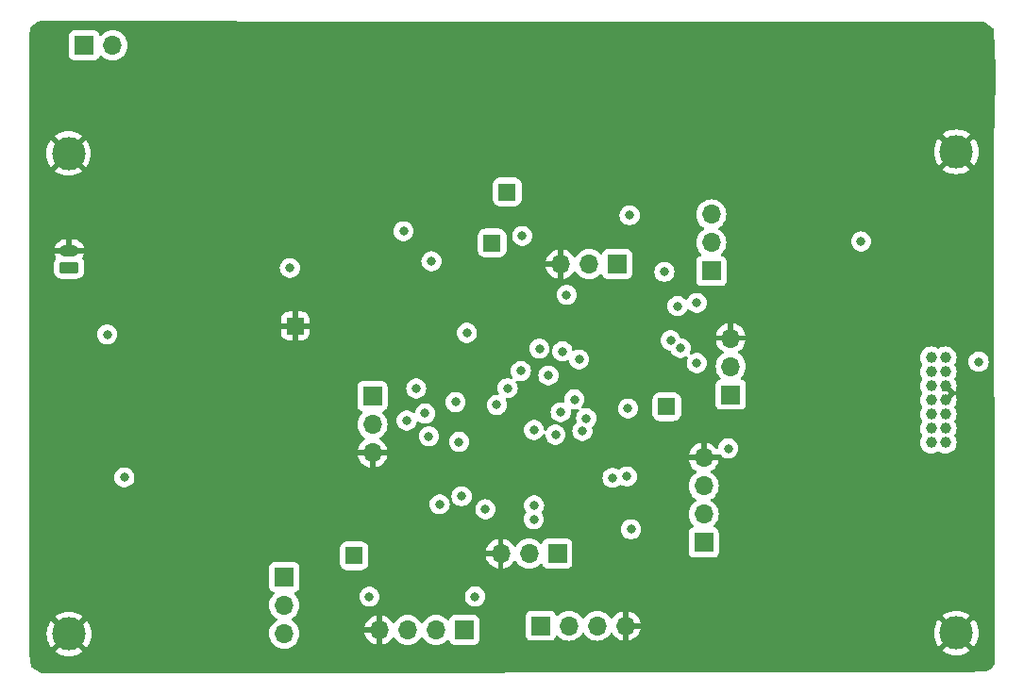
<source format=gbr>
%TF.GenerationSoftware,KiCad,Pcbnew,8.0.6*%
%TF.CreationDate,2024-12-13T11:58:04-05:00*%
%TF.ProjectId,11_9_design,31315f39-5f64-4657-9369-676e2e6b6963,v6*%
%TF.SameCoordinates,Original*%
%TF.FileFunction,Copper,L3,Inr*%
%TF.FilePolarity,Positive*%
%FSLAX46Y46*%
G04 Gerber Fmt 4.6, Leading zero omitted, Abs format (unit mm)*
G04 Created by KiCad (PCBNEW 8.0.6) date 2024-12-13 11:58:04*
%MOMM*%
%LPD*%
G01*
G04 APERTURE LIST*
G04 Aperture macros list*
%AMRoundRect*
0 Rectangle with rounded corners*
0 $1 Rounding radius*
0 $2 $3 $4 $5 $6 $7 $8 $9 X,Y pos of 4 corners*
0 Add a 4 corners polygon primitive as box body*
4,1,4,$2,$3,$4,$5,$6,$7,$8,$9,$2,$3,0*
0 Add four circle primitives for the rounded corners*
1,1,$1+$1,$2,$3*
1,1,$1+$1,$4,$5*
1,1,$1+$1,$6,$7*
1,1,$1+$1,$8,$9*
0 Add four rect primitives between the rounded corners*
20,1,$1+$1,$2,$3,$4,$5,0*
20,1,$1+$1,$4,$5,$6,$7,0*
20,1,$1+$1,$6,$7,$8,$9,0*
20,1,$1+$1,$8,$9,$2,$3,0*%
G04 Aperture macros list end*
%TA.AperFunction,ComponentPad*%
%ADD10C,3.000000*%
%TD*%
%TA.AperFunction,ComponentPad*%
%ADD11C,1.000000*%
%TD*%
%TA.AperFunction,ComponentPad*%
%ADD12R,1.700000X1.700000*%
%TD*%
%TA.AperFunction,ComponentPad*%
%ADD13O,1.700000X1.700000*%
%TD*%
%TA.AperFunction,ComponentPad*%
%ADD14RoundRect,0.250000X0.615000X-0.265000X0.615000X0.265000X-0.615000X0.265000X-0.615000X-0.265000X0*%
%TD*%
%TA.AperFunction,ComponentPad*%
%ADD15O,1.730000X1.030000*%
%TD*%
%TA.AperFunction,ComponentPad*%
%ADD16RoundRect,0.250000X-0.550000X-0.550000X0.550000X-0.550000X0.550000X0.550000X-0.550000X0.550000X0*%
%TD*%
%TA.AperFunction,ViaPad*%
%ADD17C,0.800000*%
%TD*%
G04 APERTURE END LIST*
D10*
%TO.N,GND*%
%TO.C,*%
X135300000Y-88900000D03*
%TD*%
%TO.N,GND*%
%TO.C,*%
X135300000Y-132100000D03*
%TD*%
%TO.N,GND*%
%TO.C,*%
X55700000Y-132200000D03*
%TD*%
%TO.N,GND*%
%TO.C,*%
X55650000Y-89050000D03*
%TD*%
D11*
%TO.N,unconnected-(J12-Pin_1-Pad1)*%
%TO.C,J12*%
X134320000Y-107380000D03*
%TO.N,unconnected-(J12-Pin_2-Pad2)*%
X133050000Y-107380000D03*
%TO.N,+3.3V*%
X134320000Y-108650000D03*
%TO.N,Net-(J12-Pin_4)*%
X133050000Y-108650000D03*
%TO.N,GND*%
X134320000Y-109920000D03*
%TO.N,Net-(J12-Pin_6)*%
X133050000Y-109920000D03*
%TO.N,GND*%
X134320000Y-111190000D03*
%TO.N,Net-(J12-Pin_8)*%
X133050000Y-111190000D03*
%TO.N,unconnected-(J12-Pin_9-Pad9)*%
X134320000Y-112460000D03*
%TO.N,unconnected-(J12-Pin_10-Pad10)*%
X133050000Y-112460000D03*
%TO.N,GND*%
X134320000Y-113730000D03*
%TO.N,Net-(J12-Pin_12)*%
X133050000Y-113730000D03*
%TO.N,/A1_UART4_RX*%
X134320000Y-115000000D03*
%TO.N,/A0_UART4_TX*%
X133050000Y-115000000D03*
%TD*%
D12*
%TO.N,Net-(J5-Pin_1)*%
%TO.C,J5*%
X57075000Y-79350000D03*
D13*
%TO.N,GPIO_OUT_C15*%
X59615000Y-79350000D03*
%TD*%
D12*
%TO.N,/A0_UART4_TX*%
%TO.C,J4*%
X82918300Y-110840000D03*
D13*
%TO.N,/A1_UART4_RX*%
X82918300Y-113380000D03*
%TO.N,GND*%
X82918300Y-115920000D03*
%TD*%
D14*
%TO.N,Net-(J11-Pin_1)*%
%TO.C,J11*%
X55718300Y-99280000D03*
D15*
%TO.N,GND*%
X55718300Y-97780000D03*
%TD*%
D16*
%TO.N,Net-(J7-Pin_1)*%
%TO.C,J7*%
X93650000Y-97100000D03*
%TD*%
D12*
%TO.N,GPIO_OUT_B15*%
%TO.C,J1*%
X98010000Y-131450000D03*
D13*
%TO.N,/I2C4_SCL*%
X100550000Y-131450000D03*
%TO.N,/I2C4_SDA*%
X103090000Y-131450000D03*
%TO.N,GND*%
X105630000Y-131450000D03*
%TD*%
D12*
%TO.N,+5V*%
%TO.C,J2*%
X91168300Y-131830000D03*
D13*
%TO.N,/I2C3_SCL*%
X88628300Y-131830000D03*
%TO.N,/I2C3_SDA*%
X86088300Y-131830000D03*
%TO.N,GND*%
X83548300Y-131830000D03*
%TD*%
D12*
%TO.N,GPIO_OUT_B13*%
%TO.C,J10*%
X115068300Y-110705000D03*
D13*
%TO.N,/ADC1_IN3*%
X115068300Y-108165000D03*
%TO.N,GND*%
X115068300Y-105625000D03*
%TD*%
D16*
%TO.N,/STM_CLK*%
%TO.C,J15*%
X109318300Y-111780000D03*
%TD*%
D12*
%TO.N,GPIO_OUT_B14*%
%TO.C,J6*%
X104893300Y-98980000D03*
D13*
%TO.N,/ADC1_IN1*%
X102353300Y-98980000D03*
%TO.N,GND*%
X99813300Y-98980000D03*
%TD*%
D12*
%TO.N,GPIO_OUT_C14*%
%TO.C,J3*%
X112638300Y-123980000D03*
D13*
%TO.N,/I2C4_SCL*%
X112638300Y-121440000D03*
%TO.N,/I2C4_SDA*%
X112638300Y-118900000D03*
%TO.N,GND*%
X112638300Y-116360000D03*
%TD*%
D12*
%TO.N,/GPIO_OUT_A15*%
%TO.C,J23*%
X113318300Y-99605000D03*
D13*
%TO.N,/GPIO_OUT_C12*%
X113318300Y-97065000D03*
%TO.N,/GPIO_OUT_B6*%
X113318300Y-94525000D03*
%TD*%
D12*
%TO.N,GPIO_OUT_B12*%
%TO.C,J9*%
X99508300Y-124980000D03*
D13*
%TO.N,/ADC1_IN4*%
X96968300Y-124980000D03*
%TO.N,GND*%
X94428300Y-124980000D03*
%TD*%
D16*
%TO.N,+5V*%
%TO.C,J13*%
X81268300Y-125180000D03*
%TD*%
%TO.N,+3.3V*%
%TO.C,J14*%
X95000000Y-92500000D03*
%TD*%
%TO.N,GND*%
%TO.C,J8*%
X76000000Y-104550000D03*
%TD*%
D12*
%TO.N,/GPIO_IN_A3*%
%TO.C,J22*%
X75018300Y-127080000D03*
D13*
%TO.N,/GPIO_IN_A2*%
X75018300Y-129620000D03*
%TO.N,/GPIO_IN_A4*%
X75018300Y-132160000D03*
%TD*%
D17*
%TO.N,GND*%
X137250000Y-111800000D03*
X137450000Y-114750000D03*
X67500000Y-85300000D03*
X137400000Y-109650000D03*
%TO.N,+3.3V*%
X137300000Y-107750000D03*
%TO.N,GND*%
X118496600Y-85805700D03*
X95168300Y-114530000D03*
X84443200Y-85346600D03*
X71318300Y-110430000D03*
X69518300Y-117680000D03*
X101196600Y-84950000D03*
X107768300Y-116330000D03*
X109718300Y-108030000D03*
X124500000Y-121450000D03*
X66468300Y-125780000D03*
X72100000Y-124150000D03*
X92118300Y-101180000D03*
X61768300Y-123430000D03*
X68350000Y-97800000D03*
X64868300Y-103130000D03*
X95418300Y-112405000D03*
X63950000Y-112600000D03*
X103210200Y-120887200D03*
%TO.N,+3.3VA*%
X87645200Y-112391600D03*
X87986300Y-114449700D03*
%TO.N,/NRST*%
X110568300Y-106527400D03*
X114850000Y-115533200D03*
%TO.N,+5V*%
X60668300Y-118130000D03*
X82650000Y-128850000D03*
X92118300Y-128830000D03*
%TO.N,/I2C3_SDA*%
X97900000Y-106575000D03*
%TO.N,/GPIO_OUT_B6*%
X106000000Y-94600000D03*
%TO.N,/ADC1_IN4*%
X94069600Y-111630000D03*
%TO.N,/ADC1_IN1*%
X95048500Y-110131600D03*
%TO.N,/ADC1_IN3*%
X90377200Y-111374700D03*
%TO.N,/SW_DIO*%
X112015900Y-107862400D03*
X112015900Y-102462100D03*
%TO.N,GPIO_OUT_B15*%
X102093500Y-112825600D03*
%TO.N,GPIO_OUT_C14*%
X96239300Y-108581600D03*
X97400000Y-121900000D03*
%TO.N,GPIO_OUT_B14*%
X105845600Y-111945600D03*
%TO.N,/A0_UART4_TX*%
X85993900Y-113026700D03*
%TO.N,/A1_UART4_RX*%
X97416900Y-113869000D03*
X97416900Y-120650000D03*
%TO.N,GPIO_OUT_B12*%
X101758783Y-113951490D03*
%TO.N,GPIO_IN_B1*%
X99350000Y-114300000D03*
X100350000Y-101750000D03*
%TO.N,GPIO_IN_A10*%
X98713200Y-108984700D03*
X96350000Y-96450000D03*
%TO.N,GPIO_IN_B2*%
X106113900Y-122791100D03*
X110294300Y-102744300D03*
%TO.N,+3.3V*%
X126750000Y-96950000D03*
X75518300Y-99330000D03*
X59125000Y-105300000D03*
X91400000Y-105150000D03*
X88218300Y-98730000D03*
X109668300Y-105830000D03*
X109118300Y-99680000D03*
X93050000Y-121000000D03*
X85718300Y-96030000D03*
X86850000Y-110150000D03*
X90918300Y-119830000D03*
X104468300Y-118175000D03*
%TO.N,GPIO_OUT_C13*%
X105750000Y-118050000D03*
X101461600Y-107541900D03*
%TO.N,GPIO_IN_C6*%
X99813500Y-112288000D03*
X99962700Y-106809200D03*
%TO.N,/GPIO_IN_A2*%
X90693300Y-114943200D03*
%TO.N,GPO_5V_EN*%
X101044000Y-111130000D03*
X88950000Y-120550000D03*
%TD*%
%TA.AperFunction,Conductor*%
%TO.N,GND*%
G36*
X88700000Y-77250000D02*
G01*
X124749764Y-77200000D01*
X124750296Y-77200001D01*
X131392963Y-77235714D01*
X134049962Y-77250000D01*
X134050000Y-77250000D01*
X137858667Y-77250000D01*
X137925706Y-77269685D01*
X137933062Y-77274796D01*
X138608514Y-77781385D01*
X138652731Y-77814548D01*
X138694552Y-77870519D01*
X138702242Y-77909043D01*
X138837071Y-81459557D01*
X138837160Y-81464232D01*
X138837373Y-82345674D01*
X138837340Y-82348565D01*
X138700000Y-88299999D01*
X138700000Y-88800071D01*
X138750000Y-132550000D01*
X138750000Y-134817867D01*
X138734395Y-134878087D01*
X138519856Y-135264256D01*
X138470092Y-135313299D01*
X138462772Y-135316921D01*
X137972901Y-135539589D01*
X137924852Y-135550661D01*
X136050000Y-135599999D01*
X135733670Y-135652720D01*
X135713353Y-135654407D01*
X53282070Y-135699927D01*
X53221782Y-135684323D01*
X52399031Y-135227239D01*
X52349990Y-135177476D01*
X52338085Y-135145192D01*
X52102830Y-134063018D01*
X52100000Y-134036677D01*
X52100000Y-132450000D01*
X52100288Y-132199998D01*
X53694891Y-132199998D01*
X53694891Y-132200001D01*
X53715300Y-132485362D01*
X53776109Y-132764895D01*
X53876091Y-133032958D01*
X54013191Y-133284038D01*
X54013196Y-133284046D01*
X54119882Y-133426561D01*
X54119883Y-133426562D01*
X54763708Y-132782736D01*
X54860967Y-132916602D01*
X54983398Y-133039033D01*
X55117262Y-133136290D01*
X54473436Y-133780115D01*
X54615960Y-133886807D01*
X54615961Y-133886808D01*
X54867042Y-134023908D01*
X54867041Y-134023908D01*
X55135104Y-134123890D01*
X55414637Y-134184699D01*
X55699999Y-134205109D01*
X55700001Y-134205109D01*
X55985362Y-134184699D01*
X56264895Y-134123890D01*
X56532958Y-134023908D01*
X56784047Y-133886803D01*
X56926561Y-133780116D01*
X56926562Y-133780115D01*
X56282737Y-133136290D01*
X56416602Y-133039033D01*
X56539033Y-132916602D01*
X56636290Y-132782737D01*
X57280115Y-133426562D01*
X57280116Y-133426561D01*
X57386803Y-133284047D01*
X57523908Y-133032958D01*
X57623890Y-132764895D01*
X57684699Y-132485362D01*
X57705109Y-132200001D01*
X57705109Y-132199998D01*
X57684699Y-131914637D01*
X57623890Y-131635104D01*
X57523908Y-131367041D01*
X57386808Y-131115961D01*
X57386807Y-131115960D01*
X57280115Y-130973436D01*
X56636289Y-131617261D01*
X56539033Y-131483398D01*
X56416602Y-131360967D01*
X56282736Y-131263709D01*
X56926562Y-130619883D01*
X56926561Y-130619882D01*
X56784046Y-130513196D01*
X56784038Y-130513191D01*
X56532957Y-130376091D01*
X56532958Y-130376091D01*
X56264895Y-130276109D01*
X55985362Y-130215300D01*
X55700001Y-130194891D01*
X55699999Y-130194891D01*
X55414637Y-130215300D01*
X55135104Y-130276109D01*
X54867041Y-130376091D01*
X54615961Y-130513191D01*
X54615953Y-130513196D01*
X54473437Y-130619882D01*
X54473436Y-130619883D01*
X55117262Y-131263709D01*
X54983398Y-131360967D01*
X54860967Y-131483398D01*
X54763709Y-131617262D01*
X54119883Y-130973436D01*
X54119882Y-130973437D01*
X54013196Y-131115953D01*
X54013191Y-131115961D01*
X53876091Y-131367041D01*
X53776109Y-131635104D01*
X53715300Y-131914637D01*
X53694891Y-132199998D01*
X52100288Y-132199998D01*
X52102186Y-130552135D01*
X52103260Y-129619999D01*
X73662641Y-129619999D01*
X73662641Y-129620000D01*
X73683236Y-129855403D01*
X73683238Y-129855413D01*
X73744394Y-130083655D01*
X73744396Y-130083659D01*
X73744397Y-130083663D01*
X73796264Y-130194891D01*
X73844265Y-130297830D01*
X73844267Y-130297834D01*
X73925042Y-130413191D01*
X73975959Y-130485909D01*
X73979801Y-130491395D01*
X73979806Y-130491402D01*
X74146897Y-130658493D01*
X74146903Y-130658498D01*
X74332458Y-130788425D01*
X74376083Y-130843002D01*
X74383277Y-130912500D01*
X74351754Y-130974855D01*
X74332458Y-130991575D01*
X74146897Y-131121505D01*
X73979805Y-131288597D01*
X73844265Y-131482169D01*
X73844264Y-131482171D01*
X73744398Y-131696335D01*
X73744394Y-131696344D01*
X73683238Y-131924586D01*
X73683236Y-131924596D01*
X73662641Y-132159999D01*
X73662641Y-132160000D01*
X73683236Y-132395403D01*
X73683238Y-132395413D01*
X73744394Y-132623655D01*
X73744396Y-132623659D01*
X73744397Y-132623663D01*
X73786095Y-132713084D01*
X73844265Y-132837830D01*
X73844267Y-132837834D01*
X73903431Y-132922328D01*
X73979805Y-133031401D01*
X74146899Y-133198495D01*
X74176769Y-133219410D01*
X74340465Y-133334032D01*
X74340467Y-133334033D01*
X74340470Y-133334035D01*
X74554637Y-133433903D01*
X74782892Y-133495063D01*
X74971218Y-133511539D01*
X75018299Y-133515659D01*
X75018300Y-133515659D01*
X75018301Y-133515659D01*
X75057534Y-133512226D01*
X75253708Y-133495063D01*
X75481963Y-133433903D01*
X75696130Y-133334035D01*
X75889701Y-133198495D01*
X76056795Y-133031401D01*
X76192335Y-132837830D01*
X76292203Y-132623663D01*
X76353363Y-132395408D01*
X76373959Y-132160000D01*
X76353363Y-131924592D01*
X76305630Y-131746446D01*
X76292205Y-131696344D01*
X76292204Y-131696343D01*
X76292203Y-131696337D01*
X76237953Y-131579999D01*
X82217664Y-131579999D01*
X82217664Y-131580000D01*
X83115288Y-131580000D01*
X83082375Y-131637007D01*
X83048300Y-131764174D01*
X83048300Y-131895826D01*
X83082375Y-132022993D01*
X83115288Y-132080000D01*
X82217664Y-132080000D01*
X82274867Y-132293486D01*
X82274870Y-132293492D01*
X82374699Y-132507578D01*
X82510194Y-132701082D01*
X82677217Y-132868105D01*
X82870721Y-133003600D01*
X83084807Y-133103429D01*
X83084816Y-133103433D01*
X83298300Y-133160634D01*
X83298300Y-132263012D01*
X83355307Y-132295925D01*
X83482474Y-132330000D01*
X83614126Y-132330000D01*
X83741293Y-132295925D01*
X83798300Y-132263012D01*
X83798300Y-133160633D01*
X84011783Y-133103433D01*
X84011792Y-133103429D01*
X84225878Y-133003600D01*
X84419382Y-132868105D01*
X84586405Y-132701082D01*
X84716419Y-132515405D01*
X84770996Y-132471781D01*
X84840495Y-132464588D01*
X84902849Y-132496110D01*
X84919569Y-132515405D01*
X85049805Y-132701401D01*
X85216899Y-132868495D01*
X85308962Y-132932958D01*
X85410465Y-133004032D01*
X85410467Y-133004033D01*
X85410470Y-133004035D01*
X85624637Y-133103903D01*
X85852892Y-133165063D01*
X86029334Y-133180500D01*
X86088299Y-133185659D01*
X86088300Y-133185659D01*
X86088301Y-133185659D01*
X86147266Y-133180500D01*
X86323708Y-133165063D01*
X86551963Y-133103903D01*
X86766130Y-133004035D01*
X86959701Y-132868495D01*
X87126795Y-132701401D01*
X87256725Y-132515842D01*
X87311302Y-132472217D01*
X87380800Y-132465023D01*
X87443155Y-132496546D01*
X87459875Y-132515842D01*
X87589581Y-132701082D01*
X87589805Y-132701401D01*
X87756899Y-132868495D01*
X87848962Y-132932958D01*
X87950465Y-133004032D01*
X87950467Y-133004033D01*
X87950470Y-133004035D01*
X88164637Y-133103903D01*
X88392892Y-133165063D01*
X88569334Y-133180500D01*
X88628299Y-133185659D01*
X88628300Y-133185659D01*
X88628301Y-133185659D01*
X88687266Y-133180500D01*
X88863708Y-133165063D01*
X89091963Y-133103903D01*
X89306130Y-133004035D01*
X89499701Y-132868495D01*
X89621629Y-132746566D01*
X89682948Y-132713084D01*
X89752640Y-132718068D01*
X89808574Y-132759939D01*
X89825489Y-132790917D01*
X89874502Y-132922328D01*
X89874506Y-132922335D01*
X89960752Y-133037544D01*
X89960755Y-133037547D01*
X90075964Y-133123793D01*
X90075971Y-133123797D01*
X90210817Y-133174091D01*
X90210816Y-133174091D01*
X90217744Y-133174835D01*
X90270427Y-133180500D01*
X92066172Y-133180499D01*
X92125783Y-133174091D01*
X92260631Y-133123796D01*
X92375846Y-133037546D01*
X92462096Y-132922331D01*
X92512391Y-132787483D01*
X92518800Y-132727873D01*
X92518799Y-130932128D01*
X92512391Y-130872517D01*
X92511110Y-130869083D01*
X92462097Y-130737671D01*
X92462093Y-130737664D01*
X92375847Y-130622455D01*
X92375844Y-130622452D01*
X92281913Y-130552135D01*
X96659500Y-130552135D01*
X96659500Y-132347870D01*
X96659501Y-132347876D01*
X96665908Y-132407483D01*
X96716202Y-132542328D01*
X96716206Y-132542335D01*
X96802452Y-132657544D01*
X96802455Y-132657547D01*
X96917664Y-132743793D01*
X96917671Y-132743797D01*
X97052517Y-132794091D01*
X97052516Y-132794091D01*
X97059444Y-132794835D01*
X97112127Y-132800500D01*
X98907872Y-132800499D01*
X98967483Y-132794091D01*
X99102331Y-132743796D01*
X99217546Y-132657546D01*
X99303796Y-132542331D01*
X99352810Y-132410916D01*
X99394681Y-132354984D01*
X99460145Y-132330566D01*
X99528418Y-132345417D01*
X99556673Y-132366569D01*
X99678599Y-132488495D01*
X99766437Y-132550000D01*
X99872165Y-132624032D01*
X99872167Y-132624033D01*
X99872170Y-132624035D01*
X100086337Y-132723903D01*
X100086343Y-132723904D01*
X100086344Y-132723905D01*
X100141285Y-132738626D01*
X100314592Y-132785063D01*
X100491034Y-132800500D01*
X100549999Y-132805659D01*
X100550000Y-132805659D01*
X100550001Y-132805659D01*
X100608966Y-132800500D01*
X100785408Y-132785063D01*
X101013663Y-132723903D01*
X101227830Y-132624035D01*
X101421401Y-132488495D01*
X101588495Y-132321401D01*
X101718425Y-132135842D01*
X101773002Y-132092217D01*
X101842500Y-132085023D01*
X101904855Y-132116546D01*
X101921575Y-132135842D01*
X102051281Y-132321082D01*
X102051505Y-132321401D01*
X102218599Y-132488495D01*
X102306437Y-132550000D01*
X102412165Y-132624032D01*
X102412167Y-132624033D01*
X102412170Y-132624035D01*
X102626337Y-132723903D01*
X102626343Y-132723904D01*
X102626344Y-132723905D01*
X102681285Y-132738626D01*
X102854592Y-132785063D01*
X103031034Y-132800500D01*
X103089999Y-132805659D01*
X103090000Y-132805659D01*
X103090001Y-132805659D01*
X103148966Y-132800500D01*
X103325408Y-132785063D01*
X103553663Y-132723903D01*
X103767830Y-132624035D01*
X103961401Y-132488495D01*
X104128495Y-132321401D01*
X104258730Y-132135405D01*
X104313307Y-132091781D01*
X104382805Y-132084587D01*
X104445160Y-132116110D01*
X104461879Y-132135405D01*
X104591890Y-132321078D01*
X104758917Y-132488105D01*
X104952421Y-132623600D01*
X105166507Y-132723429D01*
X105166516Y-132723433D01*
X105380000Y-132780634D01*
X105380000Y-131883012D01*
X105437007Y-131915925D01*
X105564174Y-131950000D01*
X105695826Y-131950000D01*
X105822993Y-131915925D01*
X105880000Y-131883012D01*
X105880000Y-132780633D01*
X106093483Y-132723433D01*
X106093492Y-132723429D01*
X106307578Y-132623600D01*
X106501082Y-132488105D01*
X106668105Y-132321082D01*
X106803600Y-132127578D01*
X106816461Y-132099998D01*
X133294891Y-132099998D01*
X133294891Y-132100001D01*
X133315300Y-132385362D01*
X133376109Y-132664895D01*
X133476091Y-132932958D01*
X133613191Y-133184038D01*
X133613196Y-133184046D01*
X133719882Y-133326561D01*
X133719883Y-133326562D01*
X134363708Y-132682736D01*
X134460967Y-132816602D01*
X134583398Y-132939033D01*
X134717262Y-133036290D01*
X134073436Y-133680115D01*
X134215960Y-133786807D01*
X134215961Y-133786808D01*
X134467042Y-133923908D01*
X134467041Y-133923908D01*
X134735104Y-134023890D01*
X135014637Y-134084699D01*
X135299999Y-134105109D01*
X135300001Y-134105109D01*
X135585362Y-134084699D01*
X135864895Y-134023890D01*
X136132958Y-133923908D01*
X136384047Y-133786803D01*
X136526561Y-133680116D01*
X136526562Y-133680115D01*
X135882737Y-133036290D01*
X136016602Y-132939033D01*
X136139033Y-132816602D01*
X136236290Y-132682737D01*
X136880115Y-133326562D01*
X136880116Y-133326561D01*
X136986803Y-133184047D01*
X137123908Y-132932958D01*
X137223890Y-132664895D01*
X137284699Y-132385362D01*
X137305109Y-132100001D01*
X137305109Y-132099998D01*
X137284699Y-131814637D01*
X137223890Y-131535104D01*
X137123908Y-131267041D01*
X136986808Y-131015961D01*
X136986807Y-131015960D01*
X136880115Y-130873436D01*
X136236289Y-131517261D01*
X136139033Y-131383398D01*
X136016602Y-131260967D01*
X135882736Y-131163709D01*
X136526562Y-130519883D01*
X136526561Y-130519882D01*
X136384046Y-130413196D01*
X136384038Y-130413191D01*
X136132957Y-130276091D01*
X136132958Y-130276091D01*
X135864895Y-130176109D01*
X135585362Y-130115300D01*
X135300001Y-130094891D01*
X135299999Y-130094891D01*
X135014637Y-130115300D01*
X134735104Y-130176109D01*
X134467041Y-130276091D01*
X134215961Y-130413191D01*
X134215953Y-130413196D01*
X134073437Y-130519882D01*
X134073436Y-130519883D01*
X134717262Y-131163709D01*
X134583398Y-131260967D01*
X134460967Y-131383398D01*
X134363709Y-131517262D01*
X133719883Y-130873436D01*
X133719882Y-130873437D01*
X133613196Y-131015953D01*
X133613191Y-131015961D01*
X133476091Y-131267041D01*
X133376109Y-131535104D01*
X133315300Y-131814637D01*
X133294891Y-132099998D01*
X106816461Y-132099998D01*
X106903429Y-131913492D01*
X106903432Y-131913486D01*
X106960636Y-131700000D01*
X106063012Y-131700000D01*
X106095925Y-131642993D01*
X106130000Y-131515826D01*
X106130000Y-131384174D01*
X106095925Y-131257007D01*
X106063012Y-131200000D01*
X106960636Y-131200000D01*
X106960635Y-131199999D01*
X106903432Y-130986513D01*
X106903429Y-130986507D01*
X106803600Y-130772422D01*
X106803599Y-130772420D01*
X106668113Y-130578926D01*
X106668108Y-130578920D01*
X106501082Y-130411894D01*
X106307578Y-130276399D01*
X106093492Y-130176570D01*
X106093486Y-130176567D01*
X105880000Y-130119364D01*
X105880000Y-131016988D01*
X105822993Y-130984075D01*
X105695826Y-130950000D01*
X105564174Y-130950000D01*
X105437007Y-130984075D01*
X105380000Y-131016988D01*
X105380000Y-130119364D01*
X105379999Y-130119364D01*
X105166513Y-130176567D01*
X105166507Y-130176570D01*
X104952422Y-130276399D01*
X104952420Y-130276400D01*
X104758926Y-130411886D01*
X104758920Y-130411891D01*
X104591891Y-130578920D01*
X104591890Y-130578922D01*
X104461880Y-130764595D01*
X104407303Y-130808219D01*
X104337804Y-130815412D01*
X104275450Y-130783890D01*
X104258730Y-130764594D01*
X104128494Y-130578597D01*
X103961402Y-130411506D01*
X103961395Y-130411501D01*
X103767834Y-130275967D01*
X103767830Y-130275965D01*
X103767828Y-130275964D01*
X103553663Y-130176097D01*
X103553659Y-130176096D01*
X103553655Y-130176094D01*
X103325413Y-130114938D01*
X103325403Y-130114936D01*
X103090001Y-130094341D01*
X103089999Y-130094341D01*
X102854596Y-130114936D01*
X102854586Y-130114938D01*
X102626344Y-130176094D01*
X102626335Y-130176098D01*
X102412171Y-130275964D01*
X102412169Y-130275965D01*
X102218597Y-130411505D01*
X102051505Y-130578597D01*
X101921575Y-130764158D01*
X101866998Y-130807783D01*
X101797500Y-130814977D01*
X101735145Y-130783454D01*
X101718425Y-130764158D01*
X101588494Y-130578597D01*
X101421402Y-130411506D01*
X101421395Y-130411501D01*
X101227834Y-130275967D01*
X101227830Y-130275965D01*
X101227828Y-130275964D01*
X101013663Y-130176097D01*
X101013659Y-130176096D01*
X101013655Y-130176094D01*
X100785413Y-130114938D01*
X100785403Y-130114936D01*
X100550001Y-130094341D01*
X100549999Y-130094341D01*
X100314596Y-130114936D01*
X100314586Y-130114938D01*
X100086344Y-130176094D01*
X100086335Y-130176098D01*
X99872171Y-130275964D01*
X99872169Y-130275965D01*
X99678600Y-130411503D01*
X99556673Y-130533430D01*
X99495350Y-130566914D01*
X99425658Y-130561930D01*
X99369725Y-130520058D01*
X99352810Y-130489081D01*
X99303797Y-130357671D01*
X99303793Y-130357664D01*
X99217547Y-130242455D01*
X99217544Y-130242452D01*
X99102335Y-130156206D01*
X99102328Y-130156202D01*
X98967482Y-130105908D01*
X98967483Y-130105908D01*
X98907883Y-130099501D01*
X98907881Y-130099500D01*
X98907873Y-130099500D01*
X98907864Y-130099500D01*
X97112129Y-130099500D01*
X97112123Y-130099501D01*
X97052516Y-130105908D01*
X96917671Y-130156202D01*
X96917664Y-130156206D01*
X96802455Y-130242452D01*
X96802452Y-130242455D01*
X96716206Y-130357664D01*
X96716202Y-130357671D01*
X96665908Y-130492517D01*
X96659501Y-130552116D01*
X96659500Y-130552135D01*
X92281913Y-130552135D01*
X92260635Y-130536206D01*
X92260628Y-130536202D01*
X92125782Y-130485908D01*
X92125783Y-130485908D01*
X92066183Y-130479501D01*
X92066181Y-130479500D01*
X92066173Y-130479500D01*
X92066164Y-130479500D01*
X90270429Y-130479500D01*
X90270423Y-130479501D01*
X90210816Y-130485908D01*
X90075971Y-130536202D01*
X90075964Y-130536206D01*
X89960755Y-130622452D01*
X89960752Y-130622455D01*
X89874506Y-130737664D01*
X89874503Y-130737669D01*
X89825489Y-130869083D01*
X89783617Y-130925016D01*
X89718153Y-130949433D01*
X89649880Y-130934581D01*
X89621626Y-130913430D01*
X89499702Y-130791506D01*
X89499695Y-130791501D01*
X89488825Y-130783890D01*
X89422818Y-130737671D01*
X89306134Y-130655967D01*
X89306130Y-130655965D01*
X89306128Y-130655964D01*
X89091963Y-130556097D01*
X89091959Y-130556096D01*
X89091955Y-130556094D01*
X88863713Y-130494938D01*
X88863703Y-130494936D01*
X88628301Y-130474341D01*
X88628299Y-130474341D01*
X88392896Y-130494936D01*
X88392886Y-130494938D01*
X88164644Y-130556094D01*
X88164635Y-130556098D01*
X87950471Y-130655964D01*
X87950469Y-130655965D01*
X87756897Y-130791505D01*
X87589805Y-130958597D01*
X87459875Y-131144158D01*
X87405298Y-131187783D01*
X87335800Y-131194977D01*
X87273445Y-131163454D01*
X87256725Y-131144158D01*
X87126794Y-130958597D01*
X86959702Y-130791506D01*
X86959695Y-130791501D01*
X86948825Y-130783890D01*
X86882818Y-130737671D01*
X86766134Y-130655967D01*
X86766130Y-130655965D01*
X86766128Y-130655964D01*
X86551963Y-130556097D01*
X86551959Y-130556096D01*
X86551955Y-130556094D01*
X86323713Y-130494938D01*
X86323703Y-130494936D01*
X86088301Y-130474341D01*
X86088299Y-130474341D01*
X85852896Y-130494936D01*
X85852886Y-130494938D01*
X85624644Y-130556094D01*
X85624635Y-130556098D01*
X85410471Y-130655964D01*
X85410469Y-130655965D01*
X85216897Y-130791505D01*
X85049808Y-130958594D01*
X84919569Y-131144595D01*
X84864992Y-131188219D01*
X84795493Y-131195412D01*
X84733139Y-131163890D01*
X84716419Y-131144594D01*
X84586413Y-130958926D01*
X84586408Y-130958920D01*
X84419382Y-130791894D01*
X84225878Y-130656399D01*
X84011792Y-130556570D01*
X84011786Y-130556567D01*
X83798300Y-130499364D01*
X83798300Y-131396988D01*
X83741293Y-131364075D01*
X83614126Y-131330000D01*
X83482474Y-131330000D01*
X83355307Y-131364075D01*
X83298300Y-131396988D01*
X83298300Y-130499364D01*
X83298299Y-130499364D01*
X83084813Y-130556567D01*
X83084807Y-130556570D01*
X82870722Y-130656399D01*
X82870720Y-130656400D01*
X82677226Y-130791886D01*
X82677220Y-130791891D01*
X82510191Y-130958920D01*
X82510186Y-130958926D01*
X82374700Y-131152420D01*
X82374699Y-131152422D01*
X82274870Y-131366507D01*
X82274867Y-131366513D01*
X82217664Y-131579999D01*
X76237953Y-131579999D01*
X76192335Y-131482171D01*
X76155736Y-131429901D01*
X76056794Y-131288597D01*
X75889702Y-131121506D01*
X75889696Y-131121501D01*
X75704142Y-130991575D01*
X75660517Y-130936998D01*
X75653323Y-130867500D01*
X75684846Y-130805145D01*
X75704142Y-130788425D01*
X75776636Y-130737664D01*
X75889701Y-130658495D01*
X76056795Y-130491401D01*
X76192335Y-130297830D01*
X76292203Y-130083663D01*
X76353363Y-129855408D01*
X76373959Y-129620000D01*
X76353363Y-129384592D01*
X76292203Y-129156337D01*
X76192335Y-128942171D01*
X76127796Y-128850000D01*
X81744540Y-128850000D01*
X81764326Y-129038256D01*
X81764327Y-129038259D01*
X81822818Y-129218277D01*
X81822821Y-129218284D01*
X81917467Y-129382216D01*
X82026121Y-129502888D01*
X82044129Y-129522888D01*
X82197265Y-129634148D01*
X82197270Y-129634151D01*
X82370192Y-129711142D01*
X82370197Y-129711144D01*
X82555354Y-129750500D01*
X82555355Y-129750500D01*
X82744644Y-129750500D01*
X82744646Y-129750500D01*
X82929803Y-129711144D01*
X83102730Y-129634151D01*
X83255871Y-129522888D01*
X83382533Y-129382216D01*
X83477179Y-129218284D01*
X83535674Y-129038256D01*
X83555460Y-128850000D01*
X83553358Y-128830000D01*
X91212840Y-128830000D01*
X91232626Y-129018256D01*
X91232627Y-129018259D01*
X91291118Y-129198277D01*
X91291121Y-129198284D01*
X91385767Y-129362216D01*
X91512429Y-129502888D01*
X91665565Y-129614148D01*
X91665570Y-129614151D01*
X91838492Y-129691142D01*
X91838497Y-129691144D01*
X92023654Y-129730500D01*
X92023655Y-129730500D01*
X92212944Y-129730500D01*
X92212946Y-129730500D01*
X92398103Y-129691144D01*
X92571030Y-129614151D01*
X92724171Y-129502888D01*
X92850833Y-129362216D01*
X92945479Y-129198284D01*
X93003974Y-129018256D01*
X93023760Y-128830000D01*
X93003974Y-128641744D01*
X92945479Y-128461716D01*
X92850833Y-128297784D01*
X92724171Y-128157112D01*
X92724170Y-128157111D01*
X92571034Y-128045851D01*
X92571029Y-128045848D01*
X92398107Y-127968857D01*
X92398102Y-127968855D01*
X92252301Y-127937865D01*
X92212946Y-127929500D01*
X92023654Y-127929500D01*
X91991197Y-127936398D01*
X91838497Y-127968855D01*
X91838492Y-127968857D01*
X91665570Y-128045848D01*
X91665565Y-128045851D01*
X91512429Y-128157111D01*
X91385766Y-128297785D01*
X91291121Y-128461715D01*
X91291118Y-128461722D01*
X91232627Y-128641740D01*
X91232626Y-128641744D01*
X91212840Y-128830000D01*
X83553358Y-128830000D01*
X83535674Y-128661744D01*
X83477179Y-128481716D01*
X83382533Y-128317784D01*
X83255871Y-128177112D01*
X83249296Y-128172335D01*
X83102734Y-128065851D01*
X83102729Y-128065848D01*
X82929807Y-127988857D01*
X82929802Y-127988855D01*
X82784001Y-127957865D01*
X82744646Y-127949500D01*
X82555354Y-127949500D01*
X82522897Y-127956398D01*
X82370197Y-127988855D01*
X82370192Y-127988857D01*
X82197270Y-128065848D01*
X82197265Y-128065851D01*
X82044129Y-128177111D01*
X81917466Y-128317785D01*
X81822821Y-128481715D01*
X81822818Y-128481722D01*
X81770824Y-128641744D01*
X81764326Y-128661744D01*
X81744540Y-128850000D01*
X76127796Y-128850000D01*
X76056796Y-128748600D01*
X76056795Y-128748599D01*
X75934867Y-128626671D01*
X75901384Y-128565351D01*
X75906368Y-128495659D01*
X75948239Y-128439725D01*
X75979215Y-128422810D01*
X76110631Y-128373796D01*
X76225846Y-128287546D01*
X76312096Y-128172331D01*
X76362391Y-128037483D01*
X76368800Y-127977873D01*
X76368799Y-126182128D01*
X76362391Y-126122517D01*
X76343674Y-126072335D01*
X76312097Y-125987671D01*
X76312093Y-125987664D01*
X76225847Y-125872455D01*
X76225844Y-125872452D01*
X76110635Y-125786206D01*
X76110628Y-125786202D01*
X75975782Y-125735908D01*
X75975783Y-125735908D01*
X75916183Y-125729501D01*
X75916181Y-125729500D01*
X75916173Y-125729500D01*
X75916164Y-125729500D01*
X74120429Y-125729500D01*
X74120423Y-125729501D01*
X74060816Y-125735908D01*
X73925971Y-125786202D01*
X73925964Y-125786206D01*
X73810755Y-125872452D01*
X73810752Y-125872455D01*
X73724506Y-125987664D01*
X73724502Y-125987671D01*
X73674208Y-126122517D01*
X73670820Y-126154034D01*
X73667801Y-126182123D01*
X73667800Y-126182135D01*
X73667800Y-127977870D01*
X73667801Y-127977876D01*
X73674208Y-128037483D01*
X73724502Y-128172328D01*
X73724506Y-128172335D01*
X73810752Y-128287544D01*
X73810755Y-128287547D01*
X73925964Y-128373793D01*
X73925971Y-128373797D01*
X74057381Y-128422810D01*
X74113315Y-128464681D01*
X74137732Y-128530145D01*
X74122880Y-128598418D01*
X74101730Y-128626673D01*
X73979803Y-128748600D01*
X73844265Y-128942169D01*
X73844264Y-128942171D01*
X73744398Y-129156335D01*
X73744394Y-129156344D01*
X73683238Y-129384586D01*
X73683236Y-129384596D01*
X73662641Y-129619999D01*
X52103260Y-129619999D01*
X52109067Y-124579983D01*
X79967800Y-124579983D01*
X79967800Y-125780001D01*
X79967801Y-125780018D01*
X79978300Y-125882796D01*
X79978301Y-125882799D01*
X80033485Y-126049331D01*
X80033487Y-126049336D01*
X80047673Y-126072335D01*
X80125588Y-126198656D01*
X80249644Y-126322712D01*
X80398966Y-126414814D01*
X80565503Y-126469999D01*
X80668291Y-126480500D01*
X81868308Y-126480499D01*
X81971097Y-126469999D01*
X82137634Y-126414814D01*
X82286956Y-126322712D01*
X82411012Y-126198656D01*
X82503114Y-126049334D01*
X82558299Y-125882797D01*
X82568800Y-125780009D01*
X82568799Y-124729999D01*
X93097664Y-124729999D01*
X93097664Y-124730000D01*
X93995288Y-124730000D01*
X93962375Y-124787007D01*
X93928300Y-124914174D01*
X93928300Y-125045826D01*
X93962375Y-125172993D01*
X93995288Y-125230000D01*
X93097664Y-125230000D01*
X93154867Y-125443486D01*
X93154870Y-125443492D01*
X93254699Y-125657578D01*
X93390194Y-125851082D01*
X93557217Y-126018105D01*
X93750721Y-126153600D01*
X93964807Y-126253429D01*
X93964816Y-126253433D01*
X94178300Y-126310634D01*
X94178300Y-125413012D01*
X94235307Y-125445925D01*
X94362474Y-125480000D01*
X94494126Y-125480000D01*
X94621293Y-125445925D01*
X94678300Y-125413012D01*
X94678300Y-126310633D01*
X94891783Y-126253433D01*
X94891792Y-126253429D01*
X95105878Y-126153600D01*
X95299382Y-126018105D01*
X95466405Y-125851082D01*
X95596419Y-125665405D01*
X95650996Y-125621781D01*
X95720495Y-125614588D01*
X95782849Y-125646110D01*
X95799569Y-125665405D01*
X95929805Y-125851401D01*
X96096899Y-126018495D01*
X96193684Y-126086265D01*
X96290465Y-126154032D01*
X96290467Y-126154033D01*
X96290470Y-126154035D01*
X96504637Y-126253903D01*
X96732892Y-126315063D01*
X96909334Y-126330500D01*
X96968299Y-126335659D01*
X96968300Y-126335659D01*
X96968301Y-126335659D01*
X97027266Y-126330500D01*
X97203708Y-126315063D01*
X97431963Y-126253903D01*
X97646130Y-126154035D01*
X97839701Y-126018495D01*
X97961629Y-125896566D01*
X98022948Y-125863084D01*
X98092640Y-125868068D01*
X98148574Y-125909939D01*
X98165489Y-125940917D01*
X98214502Y-126072328D01*
X98214506Y-126072335D01*
X98300752Y-126187544D01*
X98300755Y-126187547D01*
X98415964Y-126273793D01*
X98415971Y-126273797D01*
X98550817Y-126324091D01*
X98550816Y-126324091D01*
X98557744Y-126324835D01*
X98610427Y-126330500D01*
X100406172Y-126330499D01*
X100465783Y-126324091D01*
X100600631Y-126273796D01*
X100715846Y-126187546D01*
X100802096Y-126072331D01*
X100852391Y-125937483D01*
X100858800Y-125877873D01*
X100858799Y-124082128D01*
X100852391Y-124022517D01*
X100851110Y-124019083D01*
X100802097Y-123887671D01*
X100802093Y-123887664D01*
X100715847Y-123772455D01*
X100715844Y-123772452D01*
X100600635Y-123686206D01*
X100600628Y-123686202D01*
X100465782Y-123635908D01*
X100465783Y-123635908D01*
X100406183Y-123629501D01*
X100406181Y-123629500D01*
X100406173Y-123629500D01*
X100406164Y-123629500D01*
X98610429Y-123629500D01*
X98610423Y-123629501D01*
X98550816Y-123635908D01*
X98415971Y-123686202D01*
X98415964Y-123686206D01*
X98300755Y-123772452D01*
X98300752Y-123772455D01*
X98214506Y-123887664D01*
X98214503Y-123887669D01*
X98165489Y-124019083D01*
X98123617Y-124075016D01*
X98058153Y-124099433D01*
X97989880Y-124084581D01*
X97961626Y-124063430D01*
X97839702Y-123941506D01*
X97839695Y-123941501D01*
X97646134Y-123805967D01*
X97646130Y-123805965D01*
X97646128Y-123805964D01*
X97431963Y-123706097D01*
X97431959Y-123706096D01*
X97431955Y-123706094D01*
X97203713Y-123644938D01*
X97203703Y-123644936D01*
X96968301Y-123624341D01*
X96968299Y-123624341D01*
X96732896Y-123644936D01*
X96732886Y-123644938D01*
X96504644Y-123706094D01*
X96504635Y-123706098D01*
X96290471Y-123805964D01*
X96290469Y-123805965D01*
X96096897Y-123941505D01*
X95929808Y-124108594D01*
X95799569Y-124294595D01*
X95744992Y-124338219D01*
X95675493Y-124345412D01*
X95613139Y-124313890D01*
X95596419Y-124294594D01*
X95466413Y-124108926D01*
X95466408Y-124108920D01*
X95299382Y-123941894D01*
X95105878Y-123806399D01*
X94891792Y-123706570D01*
X94891786Y-123706567D01*
X94678300Y-123649364D01*
X94678300Y-124546988D01*
X94621293Y-124514075D01*
X94494126Y-124480000D01*
X94362474Y-124480000D01*
X94235307Y-124514075D01*
X94178300Y-124546988D01*
X94178300Y-123649364D01*
X94178299Y-123649364D01*
X93964813Y-123706567D01*
X93964807Y-123706570D01*
X93750722Y-123806399D01*
X93750720Y-123806400D01*
X93557226Y-123941886D01*
X93557220Y-123941891D01*
X93390191Y-124108920D01*
X93390186Y-124108926D01*
X93254700Y-124302420D01*
X93254699Y-124302422D01*
X93154870Y-124516507D01*
X93154867Y-124516513D01*
X93097664Y-124729999D01*
X82568799Y-124729999D01*
X82568799Y-124579992D01*
X82558299Y-124477203D01*
X82503114Y-124310666D01*
X82411012Y-124161344D01*
X82286956Y-124037288D01*
X82137634Y-123945186D01*
X81971097Y-123890001D01*
X81971095Y-123890000D01*
X81868310Y-123879500D01*
X80668298Y-123879500D01*
X80668281Y-123879501D01*
X80565503Y-123890000D01*
X80565500Y-123890001D01*
X80398968Y-123945185D01*
X80398963Y-123945187D01*
X80249642Y-124037289D01*
X80125589Y-124161342D01*
X80033487Y-124310663D01*
X80033485Y-124310668D01*
X80025311Y-124335335D01*
X79978301Y-124477203D01*
X79978301Y-124477204D01*
X79978300Y-124477204D01*
X79967800Y-124579983D01*
X52109067Y-124579983D01*
X52113710Y-120550000D01*
X88044540Y-120550000D01*
X88064326Y-120738256D01*
X88064327Y-120738259D01*
X88122818Y-120918277D01*
X88122821Y-120918284D01*
X88217467Y-121082216D01*
X88312780Y-121188071D01*
X88344129Y-121222888D01*
X88497265Y-121334148D01*
X88497270Y-121334151D01*
X88670192Y-121411142D01*
X88670197Y-121411144D01*
X88855354Y-121450500D01*
X88855355Y-121450500D01*
X89044644Y-121450500D01*
X89044646Y-121450500D01*
X89229803Y-121411144D01*
X89402730Y-121334151D01*
X89555871Y-121222888D01*
X89682533Y-121082216D01*
X89730000Y-121000000D01*
X92144540Y-121000000D01*
X92164326Y-121188256D01*
X92164327Y-121188259D01*
X92222818Y-121368277D01*
X92222821Y-121368284D01*
X92317467Y-121532216D01*
X92444129Y-121672888D01*
X92597265Y-121784148D01*
X92597270Y-121784151D01*
X92770192Y-121861142D01*
X92770197Y-121861144D01*
X92955354Y-121900500D01*
X92955355Y-121900500D01*
X93144644Y-121900500D01*
X93144646Y-121900500D01*
X93146998Y-121900000D01*
X96494540Y-121900000D01*
X96514326Y-122088256D01*
X96514327Y-122088259D01*
X96572818Y-122268277D01*
X96572821Y-122268284D01*
X96667467Y-122432216D01*
X96755380Y-122529853D01*
X96794129Y-122572888D01*
X96947265Y-122684148D01*
X96947270Y-122684151D01*
X97120192Y-122761142D01*
X97120197Y-122761144D01*
X97305354Y-122800500D01*
X97305355Y-122800500D01*
X97494644Y-122800500D01*
X97494646Y-122800500D01*
X97538870Y-122791100D01*
X105208440Y-122791100D01*
X105228226Y-122979356D01*
X105228227Y-122979359D01*
X105286718Y-123159377D01*
X105286721Y-123159384D01*
X105381367Y-123323316D01*
X105508029Y-123463988D01*
X105661165Y-123575248D01*
X105661170Y-123575251D01*
X105834092Y-123652242D01*
X105834097Y-123652244D01*
X106019254Y-123691600D01*
X106019255Y-123691600D01*
X106208544Y-123691600D01*
X106208546Y-123691600D01*
X106393703Y-123652244D01*
X106566630Y-123575251D01*
X106719771Y-123463988D01*
X106846433Y-123323316D01*
X106941079Y-123159384D01*
X106999574Y-122979356D01*
X107019360Y-122791100D01*
X106999574Y-122602844D01*
X106941079Y-122422816D01*
X106846433Y-122258884D01*
X106719771Y-122118212D01*
X106719251Y-122117834D01*
X106566634Y-122006951D01*
X106566629Y-122006948D01*
X106393707Y-121929957D01*
X106393702Y-121929955D01*
X106247901Y-121898965D01*
X106208546Y-121890600D01*
X106019254Y-121890600D01*
X105986797Y-121897498D01*
X105834097Y-121929955D01*
X105834092Y-121929957D01*
X105661170Y-122006948D01*
X105661165Y-122006951D01*
X105508029Y-122118211D01*
X105381366Y-122258885D01*
X105286721Y-122422815D01*
X105286718Y-122422822D01*
X105251942Y-122529853D01*
X105228226Y-122602844D01*
X105208440Y-122791100D01*
X97538870Y-122791100D01*
X97679803Y-122761144D01*
X97852730Y-122684151D01*
X98005871Y-122572888D01*
X98132533Y-122432216D01*
X98227179Y-122268284D01*
X98285674Y-122088256D01*
X98305460Y-121900000D01*
X98285674Y-121711744D01*
X98231112Y-121543823D01*
X98227181Y-121531722D01*
X98227180Y-121531721D01*
X98227179Y-121531716D01*
X98132533Y-121367784D01*
X98132143Y-121367351D01*
X98131997Y-121367046D01*
X98128715Y-121362529D01*
X98129541Y-121361928D01*
X98101917Y-121304359D01*
X98110546Y-121235024D01*
X98132150Y-121201410D01*
X98149433Y-121182216D01*
X98244079Y-121018284D01*
X98302574Y-120838256D01*
X98322360Y-120650000D01*
X98302574Y-120461744D01*
X98244079Y-120281716D01*
X98149433Y-120117784D01*
X98022771Y-119977112D01*
X98022770Y-119977111D01*
X97869634Y-119865851D01*
X97869629Y-119865848D01*
X97696707Y-119788857D01*
X97696702Y-119788855D01*
X97550901Y-119757865D01*
X97511546Y-119749500D01*
X97322254Y-119749500D01*
X97289797Y-119756398D01*
X97137097Y-119788855D01*
X97137092Y-119788857D01*
X96964170Y-119865848D01*
X96964165Y-119865851D01*
X96811029Y-119977111D01*
X96684366Y-120117785D01*
X96589721Y-120281715D01*
X96589718Y-120281722D01*
X96531227Y-120461740D01*
X96531226Y-120461744D01*
X96511440Y-120650000D01*
X96531226Y-120838256D01*
X96531227Y-120838259D01*
X96589718Y-121018277D01*
X96589721Y-121018284D01*
X96684367Y-121182216D01*
X96684756Y-121182648D01*
X96684902Y-121182953D01*
X96688185Y-121187471D01*
X96687358Y-121188071D01*
X96714982Y-121245641D01*
X96706353Y-121314976D01*
X96684753Y-121348585D01*
X96667466Y-121367785D01*
X96572821Y-121531715D01*
X96572818Y-121531722D01*
X96514327Y-121711740D01*
X96514326Y-121711744D01*
X96494540Y-121900000D01*
X93146998Y-121900000D01*
X93329803Y-121861144D01*
X93502730Y-121784151D01*
X93655871Y-121672888D01*
X93782533Y-121532216D01*
X93877179Y-121368284D01*
X93935674Y-121188256D01*
X93955460Y-121000000D01*
X93935674Y-120811744D01*
X93877179Y-120631716D01*
X93782533Y-120467784D01*
X93655871Y-120327112D01*
X93655870Y-120327111D01*
X93502734Y-120215851D01*
X93502729Y-120215848D01*
X93329807Y-120138857D01*
X93329802Y-120138855D01*
X93184001Y-120107865D01*
X93144646Y-120099500D01*
X92955354Y-120099500D01*
X92922897Y-120106398D01*
X92770197Y-120138855D01*
X92770192Y-120138857D01*
X92597270Y-120215848D01*
X92597265Y-120215851D01*
X92444129Y-120327111D01*
X92317466Y-120467785D01*
X92222821Y-120631715D01*
X92222818Y-120631722D01*
X92180433Y-120762171D01*
X92164326Y-120811744D01*
X92144540Y-121000000D01*
X89730000Y-121000000D01*
X89777179Y-120918284D01*
X89835674Y-120738256D01*
X89855460Y-120550000D01*
X89835674Y-120361744D01*
X89777179Y-120181716D01*
X89682533Y-120017784D01*
X89555871Y-119877112D01*
X89540369Y-119865849D01*
X89491027Y-119830000D01*
X90012840Y-119830000D01*
X90032626Y-120018256D01*
X90032627Y-120018259D01*
X90091118Y-120198277D01*
X90091121Y-120198284D01*
X90185767Y-120362216D01*
X90275379Y-120461740D01*
X90312429Y-120502888D01*
X90465565Y-120614148D01*
X90465570Y-120614151D01*
X90638492Y-120691142D01*
X90638497Y-120691144D01*
X90823654Y-120730500D01*
X90823655Y-120730500D01*
X91012944Y-120730500D01*
X91012946Y-120730500D01*
X91198103Y-120691144D01*
X91371030Y-120614151D01*
X91524171Y-120502888D01*
X91650833Y-120362216D01*
X91745479Y-120198284D01*
X91803974Y-120018256D01*
X91823760Y-119830000D01*
X91803974Y-119641744D01*
X91745479Y-119461716D01*
X91650833Y-119297784D01*
X91524171Y-119157112D01*
X91494298Y-119135408D01*
X91371034Y-119045851D01*
X91371029Y-119045848D01*
X91198107Y-118968857D01*
X91198102Y-118968855D01*
X91052301Y-118937865D01*
X91012946Y-118929500D01*
X90823654Y-118929500D01*
X90791197Y-118936398D01*
X90638497Y-118968855D01*
X90638492Y-118968857D01*
X90465570Y-119045848D01*
X90465565Y-119045851D01*
X90312429Y-119157111D01*
X90185766Y-119297785D01*
X90091121Y-119461715D01*
X90091118Y-119461722D01*
X90032627Y-119641740D01*
X90032626Y-119641744D01*
X90012840Y-119830000D01*
X89491027Y-119830000D01*
X89402734Y-119765851D01*
X89402729Y-119765848D01*
X89229807Y-119688857D01*
X89229802Y-119688855D01*
X89084001Y-119657865D01*
X89044646Y-119649500D01*
X88855354Y-119649500D01*
X88822897Y-119656398D01*
X88670197Y-119688855D01*
X88670192Y-119688857D01*
X88497270Y-119765848D01*
X88497265Y-119765851D01*
X88344129Y-119877111D01*
X88217466Y-120017785D01*
X88122821Y-120181715D01*
X88122818Y-120181722D01*
X88064327Y-120361740D01*
X88064326Y-120361744D01*
X88044540Y-120550000D01*
X52113710Y-120550000D01*
X52116498Y-118130000D01*
X59762840Y-118130000D01*
X59782626Y-118318256D01*
X59782627Y-118318259D01*
X59841118Y-118498277D01*
X59841121Y-118498284D01*
X59935767Y-118662216D01*
X60062429Y-118802888D01*
X60215565Y-118914148D01*
X60215570Y-118914151D01*
X60388492Y-118991142D01*
X60388497Y-118991144D01*
X60573654Y-119030500D01*
X60573655Y-119030500D01*
X60762944Y-119030500D01*
X60762946Y-119030500D01*
X60948103Y-118991144D01*
X61121030Y-118914151D01*
X61274171Y-118802888D01*
X61400833Y-118662216D01*
X61495479Y-118498284D01*
X61553974Y-118318256D01*
X61569030Y-118175000D01*
X103562840Y-118175000D01*
X103582626Y-118363256D01*
X103582627Y-118363259D01*
X103641118Y-118543277D01*
X103641121Y-118543284D01*
X103735767Y-118707216D01*
X103850057Y-118834148D01*
X103862429Y-118847888D01*
X104015565Y-118959148D01*
X104015570Y-118959151D01*
X104188492Y-119036142D01*
X104188497Y-119036144D01*
X104373654Y-119075500D01*
X104373655Y-119075500D01*
X104562944Y-119075500D01*
X104562946Y-119075500D01*
X104748103Y-119036144D01*
X104921030Y-118959151D01*
X105074171Y-118847888D01*
X105095169Y-118824567D01*
X105154651Y-118787919D01*
X105224508Y-118789248D01*
X105260203Y-118807221D01*
X105297265Y-118834148D01*
X105297270Y-118834151D01*
X105470192Y-118911142D01*
X105470197Y-118911144D01*
X105655354Y-118950500D01*
X105655355Y-118950500D01*
X105844644Y-118950500D01*
X105844646Y-118950500D01*
X106029803Y-118911144D01*
X106054835Y-118899999D01*
X111282641Y-118899999D01*
X111282641Y-118900000D01*
X111303236Y-119135403D01*
X111303238Y-119135413D01*
X111364394Y-119363655D01*
X111364396Y-119363659D01*
X111364397Y-119363663D01*
X111410120Y-119461715D01*
X111464265Y-119577830D01*
X111464267Y-119577834D01*
X111542006Y-119688856D01*
X111595917Y-119765849D01*
X111599801Y-119771395D01*
X111599806Y-119771402D01*
X111766897Y-119938493D01*
X111766903Y-119938498D01*
X111952458Y-120068425D01*
X111996083Y-120123002D01*
X112003277Y-120192500D01*
X111971754Y-120254855D01*
X111952458Y-120271575D01*
X111766897Y-120401505D01*
X111599805Y-120568597D01*
X111464265Y-120762169D01*
X111464264Y-120762171D01*
X111364398Y-120976335D01*
X111364394Y-120976344D01*
X111303238Y-121204586D01*
X111303236Y-121204596D01*
X111282641Y-121439999D01*
X111282641Y-121440000D01*
X111303236Y-121675403D01*
X111303238Y-121675413D01*
X111364394Y-121903655D01*
X111364396Y-121903659D01*
X111364397Y-121903663D01*
X111412560Y-122006948D01*
X111464265Y-122117830D01*
X111464267Y-122117834D01*
X111464532Y-122118212D01*
X111599801Y-122311396D01*
X111599806Y-122311402D01*
X111721730Y-122433326D01*
X111755215Y-122494649D01*
X111750231Y-122564341D01*
X111708359Y-122620274D01*
X111677383Y-122637189D01*
X111545969Y-122686203D01*
X111545964Y-122686206D01*
X111430755Y-122772452D01*
X111430752Y-122772455D01*
X111344506Y-122887664D01*
X111344502Y-122887671D01*
X111294208Y-123022517D01*
X111287801Y-123082116D01*
X111287801Y-123082123D01*
X111287800Y-123082135D01*
X111287800Y-124877870D01*
X111287801Y-124877876D01*
X111294208Y-124937483D01*
X111344502Y-125072328D01*
X111344506Y-125072335D01*
X111430752Y-125187544D01*
X111430755Y-125187547D01*
X111545964Y-125273793D01*
X111545971Y-125273797D01*
X111680817Y-125324091D01*
X111680816Y-125324091D01*
X111687744Y-125324835D01*
X111740427Y-125330500D01*
X113536172Y-125330499D01*
X113595783Y-125324091D01*
X113730631Y-125273796D01*
X113845846Y-125187546D01*
X113932096Y-125072331D01*
X113982391Y-124937483D01*
X113988800Y-124877873D01*
X113988799Y-123082128D01*
X113982391Y-123022517D01*
X113932096Y-122887669D01*
X113932095Y-122887668D01*
X113932093Y-122887664D01*
X113845847Y-122772455D01*
X113845844Y-122772452D01*
X113730635Y-122686206D01*
X113730628Y-122686202D01*
X113599217Y-122637189D01*
X113543283Y-122595318D01*
X113518866Y-122529853D01*
X113533718Y-122461580D01*
X113554863Y-122433332D01*
X113676795Y-122311401D01*
X113812335Y-122117830D01*
X113912203Y-121903663D01*
X113973363Y-121675408D01*
X113993959Y-121440000D01*
X113973363Y-121204592D01*
X113912203Y-120976337D01*
X113812335Y-120762171D01*
X113762601Y-120691142D01*
X113676794Y-120568597D01*
X113509702Y-120401506D01*
X113509696Y-120401501D01*
X113324142Y-120271575D01*
X113280517Y-120216998D01*
X113273323Y-120147500D01*
X113304846Y-120085145D01*
X113324142Y-120068425D01*
X113395786Y-120018259D01*
X113509701Y-119938495D01*
X113676795Y-119771401D01*
X113812335Y-119577830D01*
X113912203Y-119363663D01*
X113973363Y-119135408D01*
X113993959Y-118900000D01*
X113973363Y-118664592D01*
X113912203Y-118436337D01*
X113812335Y-118222171D01*
X113747797Y-118130000D01*
X113676794Y-118028597D01*
X113509702Y-117861506D01*
X113509701Y-117861505D01*
X113323705Y-117731269D01*
X113280081Y-117676692D01*
X113272888Y-117607193D01*
X113304410Y-117544839D01*
X113323705Y-117528119D01*
X113509382Y-117398105D01*
X113676405Y-117231082D01*
X113811900Y-117037578D01*
X113911729Y-116823492D01*
X113911732Y-116823486D01*
X113968936Y-116610000D01*
X113071312Y-116610000D01*
X113104225Y-116552993D01*
X113138300Y-116425826D01*
X113138300Y-116294174D01*
X113104225Y-116167007D01*
X113071312Y-116110000D01*
X113972037Y-116110000D01*
X114021410Y-116073948D01*
X114091156Y-116069793D01*
X114152077Y-116104005D01*
X114155490Y-116107645D01*
X114157611Y-116110000D01*
X114244129Y-116206088D01*
X114397265Y-116317348D01*
X114397270Y-116317351D01*
X114570192Y-116394342D01*
X114570197Y-116394344D01*
X114755354Y-116433700D01*
X114755355Y-116433700D01*
X114944644Y-116433700D01*
X114944646Y-116433700D01*
X115129803Y-116394344D01*
X115302730Y-116317351D01*
X115455871Y-116206088D01*
X115582533Y-116065416D01*
X115677179Y-115901484D01*
X115735674Y-115721456D01*
X115755460Y-115533200D01*
X115735674Y-115344944D01*
X115677179Y-115164916D01*
X115582533Y-115000984D01*
X115455871Y-114860312D01*
X115444417Y-114851990D01*
X115302734Y-114749051D01*
X115302729Y-114749048D01*
X115129807Y-114672057D01*
X115129802Y-114672055D01*
X114984001Y-114641065D01*
X114944646Y-114632700D01*
X114755354Y-114632700D01*
X114730626Y-114637956D01*
X114570197Y-114672055D01*
X114570192Y-114672057D01*
X114397270Y-114749048D01*
X114397265Y-114749051D01*
X114244129Y-114860311D01*
X114117466Y-115000985D01*
X114022821Y-115164915D01*
X114022818Y-115164922D01*
X113971818Y-115321886D01*
X113964326Y-115344944D01*
X113950613Y-115475416D01*
X113948259Y-115497816D01*
X113921674Y-115562430D01*
X113864377Y-115602415D01*
X113794558Y-115605075D01*
X113734384Y-115569565D01*
X113723363Y-115555978D01*
X113676409Y-115488922D01*
X113676408Y-115488920D01*
X113509382Y-115321894D01*
X113315878Y-115186399D01*
X113101792Y-115086570D01*
X113101786Y-115086567D01*
X112888300Y-115029364D01*
X112888300Y-115926988D01*
X112831293Y-115894075D01*
X112704126Y-115860000D01*
X112572474Y-115860000D01*
X112445307Y-115894075D01*
X112388300Y-115926988D01*
X112388300Y-115029364D01*
X112388299Y-115029364D01*
X112174813Y-115086567D01*
X112174807Y-115086570D01*
X111960722Y-115186399D01*
X111960720Y-115186400D01*
X111767226Y-115321886D01*
X111767220Y-115321891D01*
X111600191Y-115488920D01*
X111600186Y-115488926D01*
X111464700Y-115682420D01*
X111464699Y-115682422D01*
X111364870Y-115896507D01*
X111364867Y-115896513D01*
X111307664Y-116109999D01*
X111307664Y-116110000D01*
X112205288Y-116110000D01*
X112172375Y-116167007D01*
X112138300Y-116294174D01*
X112138300Y-116425826D01*
X112172375Y-116552993D01*
X112205288Y-116610000D01*
X111307664Y-116610000D01*
X111364867Y-116823486D01*
X111364870Y-116823492D01*
X111464699Y-117037578D01*
X111600194Y-117231082D01*
X111767217Y-117398105D01*
X111952895Y-117528119D01*
X111996519Y-117582696D01*
X112003712Y-117652195D01*
X111972190Y-117714549D01*
X111952895Y-117731269D01*
X111766894Y-117861508D01*
X111599805Y-118028597D01*
X111464265Y-118222169D01*
X111464264Y-118222171D01*
X111364398Y-118436335D01*
X111364394Y-118436344D01*
X111303238Y-118664586D01*
X111303236Y-118664596D01*
X111282641Y-118899999D01*
X106054835Y-118899999D01*
X106202730Y-118834151D01*
X106355871Y-118722888D01*
X106482533Y-118582216D01*
X106577179Y-118418284D01*
X106635674Y-118238256D01*
X106655460Y-118050000D01*
X106635674Y-117861744D01*
X106577179Y-117681716D01*
X106482533Y-117517784D01*
X106355871Y-117377112D01*
X106312844Y-117345851D01*
X106202734Y-117265851D01*
X106202729Y-117265848D01*
X106029807Y-117188857D01*
X106029802Y-117188855D01*
X105884001Y-117157865D01*
X105844646Y-117149500D01*
X105655354Y-117149500D01*
X105622897Y-117156398D01*
X105470197Y-117188855D01*
X105470192Y-117188857D01*
X105297270Y-117265848D01*
X105297265Y-117265851D01*
X105144135Y-117377106D01*
X105144126Y-117377114D01*
X105123127Y-117400435D01*
X105063640Y-117437082D01*
X104993783Y-117435749D01*
X104958096Y-117417779D01*
X104921030Y-117390849D01*
X104921029Y-117390848D01*
X104748107Y-117313857D01*
X104748102Y-117313855D01*
X104602301Y-117282865D01*
X104562946Y-117274500D01*
X104373654Y-117274500D01*
X104341197Y-117281398D01*
X104188497Y-117313855D01*
X104188492Y-117313857D01*
X104015570Y-117390848D01*
X104015565Y-117390851D01*
X103862429Y-117502111D01*
X103735766Y-117642785D01*
X103641121Y-117806715D01*
X103641118Y-117806722D01*
X103597247Y-117941744D01*
X103582626Y-117986744D01*
X103562840Y-118175000D01*
X61569030Y-118175000D01*
X61573760Y-118130000D01*
X61553974Y-117941744D01*
X61495479Y-117761716D01*
X61400833Y-117597784D01*
X61274171Y-117457112D01*
X61246602Y-117437082D01*
X61121034Y-117345851D01*
X61121029Y-117345848D01*
X60948107Y-117268857D01*
X60948102Y-117268855D01*
X60802301Y-117237865D01*
X60762946Y-117229500D01*
X60573654Y-117229500D01*
X60541197Y-117236398D01*
X60388497Y-117268855D01*
X60388492Y-117268857D01*
X60215570Y-117345848D01*
X60215565Y-117345851D01*
X60062429Y-117457111D01*
X59935766Y-117597785D01*
X59841121Y-117761715D01*
X59841118Y-117761722D01*
X59782627Y-117941740D01*
X59782626Y-117941744D01*
X59762840Y-118130000D01*
X52116498Y-118130000D01*
X52121970Y-113379999D01*
X81562641Y-113379999D01*
X81562641Y-113380000D01*
X81583236Y-113615403D01*
X81583238Y-113615413D01*
X81644394Y-113843655D01*
X81644396Y-113843659D01*
X81644397Y-113843663D01*
X81737210Y-114042700D01*
X81744265Y-114057830D01*
X81744267Y-114057834D01*
X81818669Y-114164090D01*
X81868667Y-114235495D01*
X81879801Y-114251395D01*
X81879806Y-114251402D01*
X82046897Y-114418493D01*
X82046903Y-114418498D01*
X82079706Y-114441467D01*
X82223122Y-114541888D01*
X82232894Y-114548730D01*
X82276519Y-114603307D01*
X82283713Y-114672805D01*
X82252190Y-114735160D01*
X82232895Y-114751880D01*
X82047222Y-114881890D01*
X82047220Y-114881891D01*
X81880191Y-115048920D01*
X81880186Y-115048926D01*
X81744700Y-115242420D01*
X81744699Y-115242422D01*
X81644870Y-115456507D01*
X81644867Y-115456513D01*
X81587664Y-115669999D01*
X81587664Y-115670000D01*
X82485288Y-115670000D01*
X82452375Y-115727007D01*
X82418300Y-115854174D01*
X82418300Y-115985826D01*
X82452375Y-116112993D01*
X82485288Y-116170000D01*
X81587664Y-116170000D01*
X81644867Y-116383486D01*
X81644870Y-116383492D01*
X81744699Y-116597578D01*
X81880194Y-116791082D01*
X82047217Y-116958105D01*
X82240721Y-117093600D01*
X82454807Y-117193429D01*
X82454816Y-117193433D01*
X82668300Y-117250634D01*
X82668300Y-116353012D01*
X82725307Y-116385925D01*
X82852474Y-116420000D01*
X82984126Y-116420000D01*
X83111293Y-116385925D01*
X83168300Y-116353012D01*
X83168300Y-117250633D01*
X83381783Y-117193433D01*
X83381792Y-117193429D01*
X83595878Y-117093600D01*
X83789382Y-116958105D01*
X83956405Y-116791082D01*
X84091900Y-116597578D01*
X84191729Y-116383492D01*
X84191732Y-116383486D01*
X84248936Y-116170000D01*
X83351312Y-116170000D01*
X83384225Y-116112993D01*
X83418300Y-115985826D01*
X83418300Y-115854174D01*
X83384225Y-115727007D01*
X83351312Y-115670000D01*
X84248936Y-115670000D01*
X84248935Y-115669999D01*
X84191732Y-115456513D01*
X84191729Y-115456507D01*
X84091900Y-115242422D01*
X84091899Y-115242420D01*
X83956413Y-115048926D01*
X83956408Y-115048920D01*
X83789378Y-114881890D01*
X83603705Y-114751879D01*
X83560080Y-114697302D01*
X83552888Y-114627804D01*
X83584410Y-114565449D01*
X83603706Y-114548730D01*
X83745136Y-114449700D01*
X87080840Y-114449700D01*
X87100626Y-114637956D01*
X87100627Y-114637959D01*
X87159118Y-114817977D01*
X87159121Y-114817984D01*
X87253767Y-114981916D01*
X87347998Y-115086570D01*
X87380429Y-115122588D01*
X87533565Y-115233848D01*
X87533570Y-115233851D01*
X87706492Y-115310842D01*
X87706497Y-115310844D01*
X87891654Y-115350200D01*
X87891655Y-115350200D01*
X88080944Y-115350200D01*
X88080946Y-115350200D01*
X88266103Y-115310844D01*
X88439030Y-115233851D01*
X88592171Y-115122588D01*
X88718833Y-114981916D01*
X88741186Y-114943200D01*
X89787840Y-114943200D01*
X89807626Y-115131456D01*
X89807627Y-115131459D01*
X89866118Y-115311477D01*
X89866121Y-115311484D01*
X89960767Y-115475416D01*
X90075118Y-115602415D01*
X90087429Y-115616088D01*
X90240565Y-115727348D01*
X90240570Y-115727351D01*
X90413492Y-115804342D01*
X90413497Y-115804344D01*
X90598654Y-115843700D01*
X90598655Y-115843700D01*
X90787944Y-115843700D01*
X90787946Y-115843700D01*
X90973103Y-115804344D01*
X91146030Y-115727351D01*
X91299171Y-115616088D01*
X91425833Y-115475416D01*
X91520479Y-115311484D01*
X91578974Y-115131456D01*
X91598760Y-114943200D01*
X91578974Y-114754944D01*
X91520479Y-114574916D01*
X91425833Y-114410984D01*
X91299171Y-114270312D01*
X91299170Y-114270311D01*
X91146034Y-114159051D01*
X91146029Y-114159048D01*
X90973107Y-114082057D01*
X90973102Y-114082055D01*
X90827301Y-114051065D01*
X90787946Y-114042700D01*
X90598654Y-114042700D01*
X90566197Y-114049598D01*
X90413497Y-114082055D01*
X90413492Y-114082057D01*
X90240570Y-114159048D01*
X90240565Y-114159051D01*
X90087429Y-114270311D01*
X89960766Y-114410985D01*
X89866121Y-114574915D01*
X89866118Y-114574922D01*
X89807627Y-114754940D01*
X89807626Y-114754944D01*
X89787840Y-114943200D01*
X88741186Y-114943200D01*
X88813479Y-114817984D01*
X88871974Y-114637956D01*
X88891760Y-114449700D01*
X88871974Y-114261444D01*
X88813479Y-114081416D01*
X88718833Y-113917484D01*
X88675178Y-113869000D01*
X96511440Y-113869000D01*
X96531226Y-114057256D01*
X96531227Y-114057259D01*
X96589718Y-114237277D01*
X96589721Y-114237284D01*
X96684367Y-114401216D01*
X96762741Y-114488259D01*
X96811029Y-114541888D01*
X96964165Y-114653148D01*
X96964170Y-114653151D01*
X97137092Y-114730142D01*
X97137097Y-114730144D01*
X97322254Y-114769500D01*
X97322255Y-114769500D01*
X97511544Y-114769500D01*
X97511546Y-114769500D01*
X97696703Y-114730144D01*
X97869630Y-114653151D01*
X98022771Y-114541888D01*
X98149433Y-114401216D01*
X98217276Y-114283708D01*
X98267840Y-114235495D01*
X98336447Y-114222271D01*
X98401312Y-114248239D01*
X98441841Y-114305153D01*
X98447981Y-114332746D01*
X98464326Y-114488256D01*
X98464327Y-114488259D01*
X98522818Y-114668277D01*
X98522821Y-114668284D01*
X98617467Y-114832216D01*
X98642765Y-114860312D01*
X98744129Y-114972888D01*
X98897265Y-115084148D01*
X98897270Y-115084151D01*
X99070192Y-115161142D01*
X99070197Y-115161144D01*
X99255354Y-115200500D01*
X99255355Y-115200500D01*
X99444644Y-115200500D01*
X99444646Y-115200500D01*
X99629803Y-115161144D01*
X99802730Y-115084151D01*
X99955871Y-114972888D01*
X100082533Y-114832216D01*
X100177179Y-114668284D01*
X100235674Y-114488256D01*
X100255460Y-114300000D01*
X100235674Y-114111744D01*
X100177179Y-113931716D01*
X100082533Y-113767784D01*
X99955871Y-113627112D01*
X99911542Y-113594905D01*
X99802734Y-113515851D01*
X99802729Y-113515848D01*
X99629807Y-113438857D01*
X99629802Y-113438855D01*
X99483568Y-113407773D01*
X99444646Y-113399500D01*
X99255354Y-113399500D01*
X99222897Y-113406398D01*
X99070197Y-113438855D01*
X99070192Y-113438857D01*
X98897270Y-113515848D01*
X98897265Y-113515851D01*
X98744129Y-113627111D01*
X98617465Y-113767785D01*
X98549625Y-113885289D01*
X98499058Y-113933505D01*
X98430451Y-113946728D01*
X98365586Y-113920760D01*
X98325058Y-113863845D01*
X98318918Y-113836257D01*
X98302574Y-113680744D01*
X98244079Y-113500716D01*
X98149433Y-113336784D01*
X98022771Y-113196112D01*
X98021955Y-113195519D01*
X97869634Y-113084851D01*
X97869629Y-113084848D01*
X97696707Y-113007857D01*
X97696702Y-113007855D01*
X97550901Y-112976865D01*
X97511546Y-112968500D01*
X97322254Y-112968500D01*
X97289797Y-112975398D01*
X97137097Y-113007855D01*
X97137092Y-113007857D01*
X96964170Y-113084848D01*
X96964165Y-113084851D01*
X96811029Y-113196111D01*
X96684366Y-113336785D01*
X96589721Y-113500715D01*
X96589718Y-113500722D01*
X96535688Y-113667010D01*
X96531226Y-113680744D01*
X96511440Y-113869000D01*
X88675178Y-113869000D01*
X88592171Y-113776812D01*
X88591161Y-113776078D01*
X88439034Y-113665551D01*
X88439029Y-113665548D01*
X88266107Y-113588557D01*
X88266102Y-113588555D01*
X88120301Y-113557565D01*
X88080946Y-113549200D01*
X87891654Y-113549200D01*
X87859197Y-113556098D01*
X87706497Y-113588555D01*
X87706492Y-113588557D01*
X87533570Y-113665548D01*
X87533565Y-113665551D01*
X87380429Y-113776811D01*
X87253766Y-113917485D01*
X87159121Y-114081415D01*
X87159118Y-114081422D01*
X87103891Y-114251395D01*
X87100626Y-114261444D01*
X87080840Y-114449700D01*
X83745136Y-114449700D01*
X83789701Y-114418495D01*
X83956795Y-114251401D01*
X84092335Y-114057830D01*
X84192203Y-113843663D01*
X84253363Y-113615408D01*
X84273959Y-113380000D01*
X84253363Y-113144592D01*
X84221774Y-113026700D01*
X85088440Y-113026700D01*
X85108226Y-113214956D01*
X85108227Y-113214958D01*
X85108227Y-113214959D01*
X85166718Y-113394977D01*
X85166721Y-113394984D01*
X85261367Y-113558916D01*
X85357379Y-113665548D01*
X85388029Y-113699588D01*
X85541165Y-113810848D01*
X85541170Y-113810851D01*
X85714092Y-113887842D01*
X85714097Y-113887844D01*
X85899254Y-113927200D01*
X85899255Y-113927200D01*
X86088544Y-113927200D01*
X86088546Y-113927200D01*
X86273703Y-113887844D01*
X86446630Y-113810851D01*
X86599771Y-113699588D01*
X86726433Y-113558916D01*
X86821079Y-113394984D01*
X86879574Y-113214956D01*
X86883150Y-113180923D01*
X86909732Y-113116313D01*
X86967028Y-113076327D01*
X87036847Y-113073665D01*
X87079355Y-113093569D01*
X87192465Y-113175748D01*
X87192470Y-113175751D01*
X87365392Y-113252742D01*
X87365397Y-113252744D01*
X87550554Y-113292100D01*
X87550555Y-113292100D01*
X87739844Y-113292100D01*
X87739846Y-113292100D01*
X87925003Y-113252744D01*
X88097930Y-113175751D01*
X88251071Y-113064488D01*
X88377733Y-112923816D01*
X88472379Y-112759884D01*
X88530874Y-112579856D01*
X88550660Y-112391600D01*
X88530874Y-112203344D01*
X88472379Y-112023316D01*
X88377733Y-111859384D01*
X88251071Y-111718712D01*
X88251070Y-111718711D01*
X88097934Y-111607451D01*
X88097929Y-111607448D01*
X87925007Y-111530457D01*
X87925002Y-111530455D01*
X87773611Y-111498277D01*
X87739846Y-111491100D01*
X87550554Y-111491100D01*
X87518097Y-111497998D01*
X87365397Y-111530455D01*
X87365392Y-111530457D01*
X87192470Y-111607448D01*
X87192465Y-111607451D01*
X87039329Y-111718711D01*
X86912666Y-111859385D01*
X86818021Y-112023315D01*
X86818018Y-112023322D01*
X86763699Y-112190500D01*
X86759526Y-112203344D01*
X86755949Y-112237375D01*
X86729365Y-112301988D01*
X86672068Y-112341973D01*
X86602249Y-112344633D01*
X86559744Y-112324730D01*
X86446634Y-112242551D01*
X86446629Y-112242548D01*
X86273707Y-112165557D01*
X86273702Y-112165555D01*
X86124283Y-112133796D01*
X86088546Y-112126200D01*
X85899254Y-112126200D01*
X85866797Y-112133098D01*
X85714097Y-112165555D01*
X85714092Y-112165557D01*
X85541170Y-112242548D01*
X85541165Y-112242551D01*
X85388029Y-112353811D01*
X85261366Y-112494485D01*
X85166721Y-112658415D01*
X85166718Y-112658422D01*
X85112399Y-112825600D01*
X85108226Y-112838444D01*
X85088440Y-113026700D01*
X84221774Y-113026700D01*
X84194207Y-112923816D01*
X84192205Y-112916344D01*
X84192204Y-112916343D01*
X84192203Y-112916337D01*
X84092335Y-112702171D01*
X84060098Y-112656132D01*
X83956796Y-112508600D01*
X83905511Y-112457315D01*
X83834867Y-112386671D01*
X83801384Y-112325351D01*
X83806368Y-112255659D01*
X83848239Y-112199725D01*
X83879215Y-112182810D01*
X84010631Y-112133796D01*
X84125846Y-112047546D01*
X84212096Y-111932331D01*
X84262391Y-111797483D01*
X84268800Y-111737873D01*
X84268800Y-111374700D01*
X89471740Y-111374700D01*
X89491526Y-111562956D01*
X89491527Y-111562959D01*
X89550018Y-111742977D01*
X89550021Y-111742984D01*
X89644667Y-111906916D01*
X89749474Y-112023316D01*
X89771329Y-112047588D01*
X89924465Y-112158848D01*
X89924470Y-112158851D01*
X90097392Y-112235842D01*
X90097397Y-112235844D01*
X90282554Y-112275200D01*
X90282555Y-112275200D01*
X90471844Y-112275200D01*
X90471846Y-112275200D01*
X90657003Y-112235844D01*
X90829930Y-112158851D01*
X90983071Y-112047588D01*
X91109733Y-111906916D01*
X91204379Y-111742984D01*
X91241090Y-111630000D01*
X93164140Y-111630000D01*
X93183926Y-111818256D01*
X93183927Y-111818259D01*
X93242418Y-111998277D01*
X93242421Y-111998284D01*
X93337067Y-112162216D01*
X93421204Y-112255659D01*
X93463729Y-112302888D01*
X93616865Y-112414148D01*
X93616870Y-112414151D01*
X93789792Y-112491142D01*
X93789797Y-112491144D01*
X93974954Y-112530500D01*
X93974955Y-112530500D01*
X94164244Y-112530500D01*
X94164246Y-112530500D01*
X94349403Y-112491144D01*
X94522330Y-112414151D01*
X94675471Y-112302888D01*
X94688876Y-112288000D01*
X98908040Y-112288000D01*
X98927826Y-112476256D01*
X98927827Y-112476259D01*
X98986318Y-112656277D01*
X98986321Y-112656284D01*
X99080967Y-112820216D01*
X99174249Y-112923816D01*
X99207629Y-112960888D01*
X99360765Y-113072148D01*
X99360770Y-113072151D01*
X99533692Y-113149142D01*
X99533697Y-113149144D01*
X99718854Y-113188500D01*
X99718855Y-113188500D01*
X99908144Y-113188500D01*
X99908146Y-113188500D01*
X100093303Y-113149144D01*
X100266230Y-113072151D01*
X100419371Y-112960888D01*
X100546033Y-112820216D01*
X100640679Y-112656284D01*
X100699174Y-112476256D01*
X100718960Y-112288000D01*
X100703852Y-112144258D01*
X100716421Y-112075531D01*
X100764153Y-112024507D01*
X100831894Y-112007389D01*
X100852945Y-112010007D01*
X100949354Y-112030500D01*
X100949355Y-112030500D01*
X101138644Y-112030500D01*
X101138646Y-112030500D01*
X101290245Y-111998277D01*
X101330160Y-111989793D01*
X101330589Y-111991814D01*
X101390727Y-111990093D01*
X101450561Y-112026171D01*
X101481392Y-112088871D01*
X101473431Y-112158285D01*
X101451359Y-112192993D01*
X101360966Y-112293385D01*
X101266321Y-112457315D01*
X101266318Y-112457322D01*
X101207827Y-112637340D01*
X101207826Y-112637344D01*
X101188040Y-112825600D01*
X101207826Y-113013856D01*
X101207827Y-113013859D01*
X101239091Y-113110080D01*
X101241086Y-113179921D01*
X101205006Y-113239754D01*
X101194047Y-113248715D01*
X101152911Y-113278602D01*
X101152906Y-113278606D01*
X101026249Y-113419275D01*
X100931604Y-113583205D01*
X100931601Y-113583212D01*
X100883907Y-113730000D01*
X100873109Y-113763234D01*
X100853323Y-113951490D01*
X100873109Y-114139746D01*
X100873110Y-114139749D01*
X100931601Y-114319767D01*
X100931604Y-114319774D01*
X101026250Y-114483706D01*
X101144710Y-114615269D01*
X101152912Y-114624378D01*
X101306048Y-114735638D01*
X101306053Y-114735641D01*
X101478975Y-114812632D01*
X101478980Y-114812634D01*
X101664137Y-114851990D01*
X101664138Y-114851990D01*
X101853427Y-114851990D01*
X101853429Y-114851990D01*
X102038586Y-114812634D01*
X102211513Y-114735641D01*
X102364654Y-114624378D01*
X102491316Y-114483706D01*
X102585962Y-114319774D01*
X102644457Y-114139746D01*
X102664243Y-113951490D01*
X102644457Y-113763234D01*
X102613190Y-113667007D01*
X102611196Y-113597169D01*
X102647276Y-113537336D01*
X102658232Y-113528376D01*
X102699371Y-113498488D01*
X102826033Y-113357816D01*
X102920679Y-113193884D01*
X102979174Y-113013856D01*
X102998960Y-112825600D01*
X102979174Y-112637344D01*
X102920679Y-112457316D01*
X102826033Y-112293384D01*
X102699371Y-112152712D01*
X102699370Y-112152711D01*
X102546234Y-112041451D01*
X102546229Y-112041448D01*
X102373307Y-111964457D01*
X102373302Y-111964455D01*
X102284593Y-111945600D01*
X104940140Y-111945600D01*
X104959926Y-112133856D01*
X104959927Y-112133859D01*
X105018418Y-112313877D01*
X105018421Y-112313884D01*
X105113067Y-112477816D01*
X105204947Y-112579859D01*
X105239729Y-112618488D01*
X105392865Y-112729748D01*
X105392870Y-112729751D01*
X105565792Y-112806742D01*
X105565797Y-112806744D01*
X105750954Y-112846100D01*
X105750955Y-112846100D01*
X105940244Y-112846100D01*
X105940246Y-112846100D01*
X106125403Y-112806744D01*
X106298330Y-112729751D01*
X106451471Y-112618488D01*
X106578133Y-112477816D01*
X106672779Y-112313884D01*
X106731274Y-112133856D01*
X106751060Y-111945600D01*
X106731274Y-111757344D01*
X106672779Y-111577316D01*
X106578133Y-111413384D01*
X106451471Y-111272712D01*
X106436345Y-111261722D01*
X106323859Y-111179996D01*
X108017800Y-111179996D01*
X108017800Y-112380001D01*
X108017801Y-112380018D01*
X108028300Y-112482796D01*
X108028301Y-112482799D01*
X108036851Y-112508600D01*
X108083486Y-112649334D01*
X108175588Y-112798656D01*
X108299644Y-112922712D01*
X108448966Y-113014814D01*
X108615503Y-113069999D01*
X108718291Y-113080500D01*
X109918308Y-113080499D01*
X110021097Y-113069999D01*
X110187634Y-113014814D01*
X110336956Y-112922712D01*
X110461012Y-112798656D01*
X110553114Y-112649334D01*
X110608299Y-112482797D01*
X110618800Y-112380009D01*
X110618799Y-111179992D01*
X110608299Y-111077203D01*
X110553114Y-110910666D01*
X110461012Y-110761344D01*
X110336956Y-110637288D01*
X110187634Y-110545186D01*
X110021097Y-110490001D01*
X110021095Y-110490000D01*
X109918310Y-110479500D01*
X108718298Y-110479500D01*
X108718281Y-110479501D01*
X108615503Y-110490000D01*
X108615500Y-110490001D01*
X108448968Y-110545185D01*
X108448963Y-110545187D01*
X108299642Y-110637289D01*
X108175589Y-110761342D01*
X108083487Y-110910663D01*
X108083485Y-110910668D01*
X108068095Y-110957112D01*
X108028301Y-111077203D01*
X108028301Y-111077204D01*
X108028300Y-111077204D01*
X108017801Y-111179981D01*
X108017800Y-111179996D01*
X106323859Y-111179996D01*
X106298334Y-111161451D01*
X106298329Y-111161448D01*
X106125407Y-111084457D01*
X106125402Y-111084455D01*
X105965651Y-111050500D01*
X105940246Y-111045100D01*
X105750954Y-111045100D01*
X105725549Y-111050500D01*
X105565797Y-111084455D01*
X105565792Y-111084457D01*
X105392870Y-111161448D01*
X105392865Y-111161451D01*
X105239729Y-111272711D01*
X105113066Y-111413385D01*
X105018421Y-111577315D01*
X105018418Y-111577322D01*
X104959927Y-111757340D01*
X104959926Y-111757344D01*
X104940140Y-111945600D01*
X102284593Y-111945600D01*
X102222151Y-111932328D01*
X102188146Y-111925100D01*
X101998854Y-111925100D01*
X101964849Y-111932328D01*
X101807340Y-111965807D01*
X101806912Y-111963793D01*
X101746728Y-111965494D01*
X101686907Y-111929394D01*
X101656099Y-111866683D01*
X101664086Y-111797272D01*
X101686138Y-111762609D01*
X101776533Y-111662216D01*
X101871179Y-111498284D01*
X101929674Y-111318256D01*
X101949460Y-111130000D01*
X101929674Y-110941744D01*
X101871179Y-110761716D01*
X101776533Y-110597784D01*
X101649871Y-110457112D01*
X101616919Y-110433171D01*
X101496734Y-110345851D01*
X101496729Y-110345848D01*
X101323807Y-110268857D01*
X101323802Y-110268855D01*
X101178001Y-110237865D01*
X101138646Y-110229500D01*
X100949354Y-110229500D01*
X100916897Y-110236398D01*
X100764197Y-110268855D01*
X100764192Y-110268857D01*
X100591270Y-110345848D01*
X100591265Y-110345851D01*
X100438129Y-110457111D01*
X100311466Y-110597785D01*
X100216821Y-110761715D01*
X100216818Y-110761722D01*
X100160794Y-110934148D01*
X100158326Y-110941744D01*
X100143327Y-111084455D01*
X100138540Y-111130000D01*
X100153647Y-111273739D01*
X100141077Y-111342469D01*
X100093345Y-111393492D01*
X100025605Y-111410610D01*
X100004545Y-111407990D01*
X99936336Y-111393492D01*
X99908146Y-111387500D01*
X99718854Y-111387500D01*
X99690664Y-111393492D01*
X99533697Y-111426855D01*
X99533692Y-111426857D01*
X99360770Y-111503848D01*
X99360765Y-111503851D01*
X99207629Y-111615111D01*
X99080966Y-111755785D01*
X98986321Y-111919715D01*
X98986318Y-111919722D01*
X98935779Y-112075266D01*
X98927826Y-112099744D01*
X98908040Y-112288000D01*
X94688876Y-112288000D01*
X94802133Y-112162216D01*
X94896779Y-111998284D01*
X94955274Y-111818256D01*
X94975060Y-111630000D01*
X94955274Y-111441744D01*
X94896779Y-111261716D01*
X94871596Y-111218098D01*
X94855124Y-111150200D01*
X94877977Y-111084173D01*
X94932898Y-111040982D01*
X94978984Y-111032100D01*
X95143144Y-111032100D01*
X95143146Y-111032100D01*
X95328303Y-110992744D01*
X95501230Y-110915751D01*
X95654371Y-110804488D01*
X95781033Y-110663816D01*
X95875679Y-110499884D01*
X95934174Y-110319856D01*
X95953960Y-110131600D01*
X95934174Y-109943344D01*
X95875679Y-109763316D01*
X95788375Y-109612102D01*
X95771903Y-109544203D01*
X95794756Y-109478176D01*
X95849677Y-109434985D01*
X95919230Y-109428344D01*
X95946199Y-109436823D01*
X95959497Y-109442744D01*
X96144654Y-109482100D01*
X96144655Y-109482100D01*
X96333944Y-109482100D01*
X96333946Y-109482100D01*
X96519103Y-109442744D01*
X96692030Y-109365751D01*
X96845171Y-109254488D01*
X96971833Y-109113816D01*
X97046378Y-108984700D01*
X97807740Y-108984700D01*
X97827526Y-109172956D01*
X97827527Y-109172959D01*
X97886018Y-109352977D01*
X97886021Y-109352984D01*
X97980667Y-109516916D01*
X98084698Y-109632454D01*
X98107329Y-109657588D01*
X98260465Y-109768848D01*
X98260470Y-109768851D01*
X98433392Y-109845842D01*
X98433397Y-109845844D01*
X98618554Y-109885200D01*
X98618555Y-109885200D01*
X98807844Y-109885200D01*
X98807846Y-109885200D01*
X98993003Y-109845844D01*
X99165930Y-109768851D01*
X99319071Y-109657588D01*
X99445733Y-109516916D01*
X99540379Y-109352984D01*
X99598874Y-109172956D01*
X99618660Y-108984700D01*
X99598874Y-108796444D01*
X99540379Y-108616416D01*
X99445733Y-108452484D01*
X99319071Y-108311812D01*
X99319070Y-108311811D01*
X99165934Y-108200551D01*
X99165929Y-108200548D01*
X98993007Y-108123557D01*
X98993002Y-108123555D01*
X98841992Y-108091458D01*
X98807846Y-108084200D01*
X98618554Y-108084200D01*
X98586097Y-108091098D01*
X98433397Y-108123555D01*
X98433392Y-108123557D01*
X98260470Y-108200548D01*
X98260465Y-108200551D01*
X98107329Y-108311811D01*
X97980666Y-108452485D01*
X97886021Y-108616415D01*
X97886018Y-108616422D01*
X97838425Y-108762900D01*
X97827526Y-108796444D01*
X97807740Y-108984700D01*
X97046378Y-108984700D01*
X97066479Y-108949884D01*
X97124974Y-108769856D01*
X97144760Y-108581600D01*
X97124974Y-108393344D01*
X97066479Y-108213316D01*
X96971833Y-108049384D01*
X96845171Y-107908712D01*
X96781428Y-107862400D01*
X96692034Y-107797451D01*
X96692029Y-107797448D01*
X96519107Y-107720457D01*
X96519102Y-107720455D01*
X96373301Y-107689465D01*
X96333946Y-107681100D01*
X96144654Y-107681100D01*
X96112197Y-107687998D01*
X95959497Y-107720455D01*
X95959492Y-107720457D01*
X95786570Y-107797448D01*
X95786565Y-107797451D01*
X95633429Y-107908711D01*
X95506766Y-108049385D01*
X95412121Y-108213315D01*
X95412118Y-108213322D01*
X95353627Y-108393340D01*
X95353626Y-108393344D01*
X95333840Y-108581600D01*
X95353626Y-108769856D01*
X95353627Y-108769859D01*
X95412118Y-108949877D01*
X95412121Y-108949884D01*
X95499423Y-109101096D01*
X95515896Y-109168997D01*
X95493043Y-109235023D01*
X95438122Y-109278214D01*
X95368568Y-109284855D01*
X95341603Y-109276377D01*
X95328302Y-109270455D01*
X95161602Y-109235023D01*
X95143146Y-109231100D01*
X94953854Y-109231100D01*
X94935398Y-109235023D01*
X94768697Y-109270455D01*
X94768692Y-109270457D01*
X94595770Y-109347448D01*
X94595765Y-109347451D01*
X94442629Y-109458711D01*
X94315966Y-109599385D01*
X94221321Y-109763315D01*
X94221318Y-109763322D01*
X94163219Y-109942135D01*
X94162826Y-109943344D01*
X94143040Y-110131600D01*
X94162826Y-110319856D01*
X94162827Y-110319859D01*
X94221318Y-110499877D01*
X94221321Y-110499884D01*
X94246503Y-110543500D01*
X94262976Y-110611400D01*
X94240123Y-110677427D01*
X94185202Y-110720618D01*
X94139116Y-110729500D01*
X93974954Y-110729500D01*
X93942497Y-110736398D01*
X93789797Y-110768855D01*
X93789792Y-110768857D01*
X93616870Y-110845848D01*
X93616865Y-110845851D01*
X93463729Y-110957111D01*
X93337066Y-111097785D01*
X93242421Y-111261715D01*
X93242418Y-111261722D01*
X93188763Y-111426856D01*
X93183926Y-111441744D01*
X93164140Y-111630000D01*
X91241090Y-111630000D01*
X91262874Y-111562956D01*
X91282660Y-111374700D01*
X91262874Y-111186444D01*
X91204379Y-111006416D01*
X91109733Y-110842484D01*
X90983071Y-110701812D01*
X90959579Y-110684744D01*
X90829934Y-110590551D01*
X90829929Y-110590548D01*
X90657007Y-110513557D01*
X90657002Y-110513555D01*
X90496785Y-110479501D01*
X90471846Y-110474200D01*
X90282554Y-110474200D01*
X90257619Y-110479500D01*
X90097397Y-110513555D01*
X90097392Y-110513557D01*
X89924470Y-110590548D01*
X89924465Y-110590551D01*
X89771329Y-110701811D01*
X89644666Y-110842485D01*
X89550021Y-111006415D01*
X89550018Y-111006422D01*
X89493622Y-111179992D01*
X89491526Y-111186444D01*
X89471740Y-111374700D01*
X84268800Y-111374700D01*
X84268799Y-110150000D01*
X85944540Y-110150000D01*
X85964326Y-110338256D01*
X85964327Y-110338259D01*
X86022818Y-110518277D01*
X86022821Y-110518284D01*
X86117467Y-110682216D01*
X86195479Y-110768857D01*
X86244129Y-110822888D01*
X86397265Y-110934148D01*
X86397270Y-110934151D01*
X86570192Y-111011142D01*
X86570197Y-111011144D01*
X86755354Y-111050500D01*
X86755355Y-111050500D01*
X86944644Y-111050500D01*
X86944646Y-111050500D01*
X87129803Y-111011144D01*
X87302730Y-110934151D01*
X87455871Y-110822888D01*
X87582533Y-110682216D01*
X87677179Y-110518284D01*
X87735674Y-110338256D01*
X87755460Y-110150000D01*
X87735674Y-109961744D01*
X87677179Y-109781716D01*
X87582533Y-109617784D01*
X87455871Y-109477112D01*
X87455870Y-109477111D01*
X87302734Y-109365851D01*
X87302729Y-109365848D01*
X87129807Y-109288857D01*
X87129802Y-109288855D01*
X86969830Y-109254853D01*
X86944646Y-109249500D01*
X86755354Y-109249500D01*
X86731887Y-109254488D01*
X86570197Y-109288855D01*
X86570192Y-109288857D01*
X86397270Y-109365848D01*
X86397265Y-109365851D01*
X86244129Y-109477111D01*
X86117466Y-109617785D01*
X86022821Y-109781715D01*
X86022818Y-109781722D01*
X85964327Y-109961740D01*
X85964326Y-109961744D01*
X85944540Y-110150000D01*
X84268799Y-110150000D01*
X84268799Y-109942128D01*
X84262391Y-109882517D01*
X84259185Y-109873922D01*
X84212097Y-109747671D01*
X84212093Y-109747664D01*
X84125847Y-109632455D01*
X84125844Y-109632452D01*
X84010635Y-109546206D01*
X84010628Y-109546202D01*
X83875782Y-109495908D01*
X83875783Y-109495908D01*
X83816183Y-109489501D01*
X83816181Y-109489500D01*
X83816173Y-109489500D01*
X83816164Y-109489500D01*
X82020429Y-109489500D01*
X82020423Y-109489501D01*
X81960816Y-109495908D01*
X81825971Y-109546202D01*
X81825964Y-109546206D01*
X81710755Y-109632452D01*
X81710752Y-109632455D01*
X81624506Y-109747664D01*
X81624502Y-109747671D01*
X81574208Y-109882517D01*
X81570179Y-109919996D01*
X81567801Y-109942123D01*
X81567800Y-109942135D01*
X81567800Y-111737870D01*
X81567801Y-111737876D01*
X81574208Y-111797483D01*
X81624502Y-111932328D01*
X81624506Y-111932335D01*
X81710752Y-112047544D01*
X81710755Y-112047547D01*
X81825964Y-112133793D01*
X81825971Y-112133797D01*
X81957381Y-112182810D01*
X82013315Y-112224681D01*
X82037732Y-112290145D01*
X82022880Y-112358418D01*
X82001730Y-112386673D01*
X81879803Y-112508600D01*
X81744265Y-112702169D01*
X81744264Y-112702171D01*
X81644398Y-112916335D01*
X81644394Y-112916344D01*
X81583238Y-113144586D01*
X81583236Y-113144596D01*
X81562641Y-113379999D01*
X52121970Y-113379999D01*
X52129810Y-106575000D01*
X96994540Y-106575000D01*
X97014326Y-106763256D01*
X97014327Y-106763259D01*
X97072818Y-106943277D01*
X97072821Y-106943284D01*
X97167467Y-107107216D01*
X97230737Y-107177484D01*
X97294129Y-107247888D01*
X97447265Y-107359148D01*
X97447270Y-107359151D01*
X97620192Y-107436142D01*
X97620197Y-107436144D01*
X97805354Y-107475500D01*
X97805355Y-107475500D01*
X97994644Y-107475500D01*
X97994646Y-107475500D01*
X98179803Y-107436144D01*
X98352730Y-107359151D01*
X98505871Y-107247888D01*
X98632533Y-107107216D01*
X98727179Y-106943284D01*
X98770746Y-106809200D01*
X99057240Y-106809200D01*
X99077026Y-106997456D01*
X99077027Y-106997459D01*
X99135518Y-107177477D01*
X99135521Y-107177484D01*
X99230167Y-107341416D01*
X99304153Y-107423585D01*
X99356829Y-107482088D01*
X99509965Y-107593348D01*
X99509970Y-107593351D01*
X99682892Y-107670342D01*
X99682897Y-107670344D01*
X99868054Y-107709700D01*
X99868055Y-107709700D01*
X100057344Y-107709700D01*
X100057346Y-107709700D01*
X100242503Y-107670344D01*
X100399100Y-107600621D01*
X100468347Y-107591336D01*
X100531624Y-107620964D01*
X100568838Y-107680099D01*
X100572854Y-107700936D01*
X100575925Y-107730154D01*
X100575926Y-107730157D01*
X100634418Y-107910177D01*
X100634421Y-107910184D01*
X100729067Y-108074116D01*
X100810899Y-108164999D01*
X100855729Y-108214788D01*
X101008865Y-108326048D01*
X101008870Y-108326051D01*
X101181792Y-108403042D01*
X101181797Y-108403044D01*
X101366954Y-108442400D01*
X101366955Y-108442400D01*
X101556244Y-108442400D01*
X101556246Y-108442400D01*
X101741403Y-108403044D01*
X101914330Y-108326051D01*
X102067471Y-108214788D01*
X102194133Y-108074116D01*
X102288779Y-107910184D01*
X102347274Y-107730156D01*
X102367060Y-107541900D01*
X102347274Y-107353644D01*
X102288779Y-107173616D01*
X102194133Y-107009684D01*
X102067471Y-106869012D01*
X102002031Y-106821467D01*
X101914334Y-106757751D01*
X101914329Y-106757748D01*
X101741407Y-106680757D01*
X101741402Y-106680755D01*
X101595601Y-106649765D01*
X101556246Y-106641400D01*
X101366954Y-106641400D01*
X101334497Y-106648298D01*
X101181797Y-106680755D01*
X101025199Y-106750478D01*
X100955949Y-106759762D01*
X100892673Y-106730134D01*
X100855460Y-106670999D01*
X100851445Y-106650170D01*
X100848374Y-106620944D01*
X100789879Y-106440916D01*
X100695233Y-106276984D01*
X100568571Y-106136312D01*
X100568570Y-106136311D01*
X100415434Y-106025051D01*
X100415429Y-106025048D01*
X100242507Y-105948057D01*
X100242502Y-105948055D01*
X100096701Y-105917065D01*
X100057346Y-105908700D01*
X99868054Y-105908700D01*
X99835597Y-105915598D01*
X99682897Y-105948055D01*
X99682892Y-105948057D01*
X99509970Y-106025048D01*
X99509965Y-106025051D01*
X99356829Y-106136311D01*
X99230166Y-106276985D01*
X99135521Y-106440915D01*
X99135518Y-106440922D01*
X99100898Y-106547473D01*
X99077026Y-106620944D01*
X99057240Y-106809200D01*
X98770746Y-106809200D01*
X98785674Y-106763256D01*
X98805460Y-106575000D01*
X98785674Y-106386744D01*
X98727179Y-106206716D01*
X98632533Y-106042784D01*
X98505871Y-105902112D01*
X98505870Y-105902111D01*
X98406618Y-105830000D01*
X108762840Y-105830000D01*
X108782626Y-106018256D01*
X108782627Y-106018259D01*
X108841118Y-106198277D01*
X108841121Y-106198284D01*
X108935767Y-106362216D01*
X109015876Y-106451186D01*
X109062429Y-106502888D01*
X109215565Y-106614148D01*
X109215570Y-106614151D01*
X109388492Y-106691142D01*
X109388497Y-106691144D01*
X109573654Y-106730500D01*
X109597358Y-106730500D01*
X109664397Y-106750185D01*
X109710152Y-106802989D01*
X109715289Y-106816182D01*
X109741118Y-106895678D01*
X109741121Y-106895684D01*
X109835767Y-107059616D01*
X109938419Y-107173622D01*
X109962429Y-107200288D01*
X110115565Y-107311548D01*
X110115570Y-107311551D01*
X110288492Y-107388542D01*
X110288497Y-107388544D01*
X110473654Y-107427900D01*
X110473655Y-107427900D01*
X110662944Y-107427900D01*
X110662946Y-107427900D01*
X110848103Y-107388544D01*
X111021030Y-107311551D01*
X111021033Y-107311548D01*
X111026663Y-107308299D01*
X111027530Y-107309802D01*
X111085288Y-107289188D01*
X111153344Y-107305007D01*
X111202043Y-107355108D01*
X111215925Y-107423585D01*
X111199767Y-107474983D01*
X111188722Y-107494113D01*
X111188718Y-107494122D01*
X111130227Y-107674140D01*
X111130226Y-107674144D01*
X111110440Y-107862400D01*
X111130226Y-108050656D01*
X111130227Y-108050659D01*
X111188718Y-108230677D01*
X111188721Y-108230684D01*
X111283367Y-108394616D01*
X111335472Y-108452484D01*
X111410029Y-108535288D01*
X111563165Y-108646548D01*
X111563170Y-108646551D01*
X111736092Y-108723542D01*
X111736097Y-108723544D01*
X111921254Y-108762900D01*
X111921255Y-108762900D01*
X112110544Y-108762900D01*
X112110546Y-108762900D01*
X112295703Y-108723544D01*
X112468630Y-108646551D01*
X112621771Y-108535288D01*
X112748433Y-108394616D01*
X112843079Y-108230684D01*
X112864421Y-108164999D01*
X113712641Y-108164999D01*
X113712641Y-108165000D01*
X113733236Y-108400403D01*
X113733238Y-108400413D01*
X113794394Y-108628655D01*
X113794396Y-108628659D01*
X113794397Y-108628663D01*
X113804347Y-108650000D01*
X113894265Y-108842830D01*
X113894267Y-108842834D01*
X114002581Y-108997521D01*
X114029801Y-109036396D01*
X114029806Y-109036402D01*
X114151730Y-109158326D01*
X114185215Y-109219649D01*
X114180231Y-109289341D01*
X114138359Y-109345274D01*
X114107383Y-109362189D01*
X113975969Y-109411203D01*
X113975964Y-109411206D01*
X113860755Y-109497452D01*
X113860752Y-109497455D01*
X113774506Y-109612664D01*
X113774502Y-109612671D01*
X113724208Y-109747517D01*
X113717801Y-109807116D01*
X113717801Y-109807123D01*
X113717800Y-109807135D01*
X113717800Y-111602870D01*
X113717801Y-111602876D01*
X113724208Y-111662483D01*
X113774502Y-111797328D01*
X113774506Y-111797335D01*
X113860752Y-111912544D01*
X113860755Y-111912547D01*
X113975964Y-111998793D01*
X113975971Y-111998797D01*
X114110817Y-112049091D01*
X114110816Y-112049091D01*
X114117744Y-112049835D01*
X114170427Y-112055500D01*
X115966172Y-112055499D01*
X116025783Y-112049091D01*
X116160631Y-111998796D01*
X116275846Y-111912546D01*
X116362096Y-111797331D01*
X116412391Y-111662483D01*
X116418800Y-111602873D01*
X116418799Y-109807128D01*
X116412391Y-109747517D01*
X116403607Y-109723967D01*
X116362097Y-109612671D01*
X116362093Y-109612664D01*
X116275847Y-109497455D01*
X116275844Y-109497452D01*
X116160635Y-109411206D01*
X116160628Y-109411202D01*
X116029217Y-109362189D01*
X115973283Y-109320318D01*
X115948866Y-109254853D01*
X115963718Y-109186580D01*
X115984863Y-109158332D01*
X116106795Y-109036401D01*
X116242335Y-108842830D01*
X116342203Y-108628663D01*
X116403363Y-108400408D01*
X116423959Y-108165000D01*
X116403363Y-107929592D01*
X116342203Y-107701337D01*
X116242335Y-107487171D01*
X116206605Y-107436142D01*
X116167294Y-107380000D01*
X132044659Y-107380000D01*
X132063975Y-107576129D01*
X132063976Y-107576132D01*
X132107756Y-107720456D01*
X132121188Y-107764733D01*
X132214086Y-107938532D01*
X132217473Y-107943601D01*
X132215836Y-107944694D01*
X132239596Y-108000663D01*
X132227795Y-108069529D01*
X132217109Y-108086156D01*
X132217473Y-108086399D01*
X132214086Y-108091467D01*
X132121188Y-108265266D01*
X132063975Y-108453870D01*
X132044659Y-108650000D01*
X132063975Y-108846129D01*
X132121188Y-109034733D01*
X132214086Y-109208532D01*
X132217473Y-109213601D01*
X132215836Y-109214694D01*
X132239596Y-109270663D01*
X132227795Y-109339529D01*
X132217109Y-109356156D01*
X132217473Y-109356399D01*
X132214086Y-109361467D01*
X132121188Y-109535266D01*
X132063975Y-109723870D01*
X132044659Y-109920000D01*
X132063975Y-110116129D01*
X132063976Y-110116132D01*
X132121128Y-110304537D01*
X132121188Y-110304733D01*
X132214086Y-110478532D01*
X132217473Y-110483601D01*
X132215836Y-110484694D01*
X132239596Y-110540663D01*
X132227795Y-110609529D01*
X132217109Y-110626156D01*
X132217473Y-110626399D01*
X132214086Y-110631467D01*
X132121188Y-110805266D01*
X132063975Y-110993870D01*
X132044659Y-111190000D01*
X132063975Y-111386129D01*
X132063976Y-111386132D01*
X132107756Y-111530456D01*
X132121188Y-111574733D01*
X132214086Y-111748532D01*
X132217473Y-111753601D01*
X132215836Y-111754694D01*
X132239596Y-111810663D01*
X132227795Y-111879529D01*
X132217109Y-111896156D01*
X132217473Y-111896399D01*
X132214086Y-111901467D01*
X132121188Y-112075266D01*
X132063975Y-112263870D01*
X132044659Y-112460000D01*
X132063975Y-112656129D01*
X132064669Y-112658416D01*
X132107210Y-112798656D01*
X132121188Y-112844733D01*
X132214086Y-113018532D01*
X132217473Y-113023601D01*
X132215836Y-113024694D01*
X132239596Y-113080663D01*
X132227795Y-113149529D01*
X132217109Y-113166156D01*
X132217473Y-113166399D01*
X132214086Y-113171467D01*
X132121188Y-113345266D01*
X132063975Y-113533870D01*
X132044659Y-113730000D01*
X132063975Y-113926129D01*
X132063976Y-113926132D01*
X132102226Y-114052226D01*
X132121188Y-114114733D01*
X132214086Y-114288532D01*
X132217473Y-114293601D01*
X132215836Y-114294694D01*
X132239596Y-114350663D01*
X132227795Y-114419529D01*
X132217109Y-114436156D01*
X132217473Y-114436399D01*
X132214086Y-114441467D01*
X132121188Y-114615266D01*
X132063975Y-114803870D01*
X132044659Y-115000000D01*
X132063975Y-115196129D01*
X132121188Y-115384733D01*
X132214086Y-115558532D01*
X132214090Y-115558539D01*
X132339116Y-115710883D01*
X132491460Y-115835909D01*
X132491467Y-115835913D01*
X132665266Y-115928811D01*
X132665269Y-115928811D01*
X132665273Y-115928814D01*
X132853868Y-115986024D01*
X133050000Y-116005341D01*
X133246132Y-115986024D01*
X133434727Y-115928814D01*
X133608538Y-115835910D01*
X133608544Y-115835904D01*
X133613607Y-115832523D01*
X133614703Y-115834164D01*
X133670639Y-115810405D01*
X133739507Y-115822194D01*
X133756148Y-115832888D01*
X133756393Y-115832523D01*
X133761458Y-115835907D01*
X133761462Y-115835910D01*
X133935273Y-115928814D01*
X134123868Y-115986024D01*
X134320000Y-116005341D01*
X134516132Y-115986024D01*
X134704727Y-115928814D01*
X134878538Y-115835910D01*
X135030883Y-115710883D01*
X135155910Y-115558538D01*
X135248814Y-115384727D01*
X135306024Y-115196132D01*
X135325341Y-115000000D01*
X135306024Y-114803868D01*
X135248814Y-114615273D01*
X135155910Y-114441462D01*
X135155906Y-114441457D01*
X135152526Y-114436399D01*
X135154044Y-114435384D01*
X135130081Y-114378962D01*
X135141872Y-114310094D01*
X135152492Y-114293574D01*
X135152111Y-114293320D01*
X135155497Y-114288252D01*
X135248348Y-114114539D01*
X135305531Y-113926032D01*
X135324838Y-113730000D01*
X135305531Y-113533967D01*
X135248348Y-113345460D01*
X135155496Y-113171746D01*
X135152110Y-113166678D01*
X135153784Y-113165559D01*
X135130081Y-113109746D01*
X135141874Y-113040879D01*
X135152839Y-113023818D01*
X135152523Y-113023607D01*
X135155904Y-113018544D01*
X135155910Y-113018538D01*
X135248814Y-112844727D01*
X135306024Y-112656132D01*
X135325341Y-112460000D01*
X135306024Y-112263868D01*
X135248814Y-112075273D01*
X135155910Y-111901462D01*
X135155906Y-111901457D01*
X135152526Y-111896399D01*
X135154044Y-111895384D01*
X135130081Y-111838962D01*
X135141872Y-111770094D01*
X135152492Y-111753574D01*
X135152111Y-111753320D01*
X135155497Y-111748252D01*
X135248348Y-111574539D01*
X135305531Y-111386032D01*
X135324838Y-111190000D01*
X135305531Y-110993967D01*
X135248348Y-110805462D01*
X135182075Y-110681475D01*
X134670000Y-111193550D01*
X134670000Y-111143922D01*
X134646148Y-111054905D01*
X134600070Y-110975095D01*
X134534905Y-110909930D01*
X134455095Y-110863852D01*
X134366078Y-110840000D01*
X134273922Y-110840000D01*
X134184905Y-110863852D01*
X134105095Y-110909930D01*
X134039930Y-110975095D01*
X134033636Y-110985996D01*
X133987524Y-110833989D01*
X133986901Y-110764123D01*
X134024149Y-110705010D01*
X134087443Y-110675419D01*
X134156687Y-110684744D01*
X134193866Y-110710313D01*
X134320000Y-110836447D01*
X134601447Y-110555000D01*
X134320000Y-110273553D01*
X134193866Y-110399687D01*
X134132543Y-110433171D01*
X134062851Y-110428187D01*
X134006918Y-110386315D01*
X133982501Y-110320851D01*
X133987524Y-110276011D01*
X134033636Y-110124003D01*
X134039930Y-110134905D01*
X134105095Y-110200070D01*
X134184905Y-110246148D01*
X134273922Y-110270000D01*
X134366078Y-110270000D01*
X134455095Y-110246148D01*
X134534905Y-110200070D01*
X134600070Y-110134905D01*
X134646148Y-110055095D01*
X134670000Y-109966078D01*
X134670000Y-109916447D01*
X135182075Y-110428522D01*
X135182076Y-110428522D01*
X135248348Y-110304537D01*
X135305531Y-110116032D01*
X135324838Y-109920000D01*
X135305531Y-109723967D01*
X135248348Y-109535460D01*
X135155496Y-109361746D01*
X135152110Y-109356678D01*
X135153784Y-109355559D01*
X135130081Y-109299746D01*
X135141874Y-109230879D01*
X135152839Y-109213818D01*
X135152523Y-109213607D01*
X135155904Y-109208544D01*
X135155910Y-109208538D01*
X135248814Y-109034727D01*
X135306024Y-108846132D01*
X135325341Y-108650000D01*
X135306024Y-108453868D01*
X135248814Y-108265273D01*
X135155910Y-108091462D01*
X135155907Y-108091458D01*
X135152523Y-108086393D01*
X135154164Y-108085296D01*
X135130405Y-108029361D01*
X135142194Y-107960493D01*
X135152888Y-107943851D01*
X135152523Y-107943607D01*
X135155904Y-107938544D01*
X135155910Y-107938538D01*
X135248814Y-107764727D01*
X135253281Y-107750000D01*
X136394540Y-107750000D01*
X136414326Y-107938256D01*
X136414327Y-107938259D01*
X136472818Y-108118277D01*
X136472821Y-108118284D01*
X136567467Y-108282216D01*
X136668671Y-108394614D01*
X136694129Y-108422888D01*
X136847265Y-108534148D01*
X136847270Y-108534151D01*
X137020192Y-108611142D01*
X137020197Y-108611144D01*
X137205354Y-108650500D01*
X137205355Y-108650500D01*
X137394644Y-108650500D01*
X137394646Y-108650500D01*
X137579803Y-108611144D01*
X137752730Y-108534151D01*
X137905871Y-108422888D01*
X138032533Y-108282216D01*
X138127179Y-108118284D01*
X138185674Y-107938256D01*
X138205460Y-107750000D01*
X138185674Y-107561744D01*
X138127179Y-107381716D01*
X138032533Y-107217784D01*
X137905871Y-107077112D01*
X137881787Y-107059614D01*
X137752734Y-106965851D01*
X137752729Y-106965848D01*
X137579807Y-106888857D01*
X137579802Y-106888855D01*
X137434001Y-106857865D01*
X137394646Y-106849500D01*
X137205354Y-106849500D01*
X137172897Y-106856398D01*
X137020197Y-106888855D01*
X137020192Y-106888857D01*
X136847270Y-106965848D01*
X136847265Y-106965851D01*
X136694129Y-107077111D01*
X136567466Y-107217785D01*
X136472821Y-107381715D01*
X136472818Y-107381722D01*
X136414327Y-107561740D01*
X136414326Y-107561744D01*
X136394540Y-107750000D01*
X135253281Y-107750000D01*
X135306024Y-107576132D01*
X135325341Y-107380000D01*
X135306024Y-107183868D01*
X135248814Y-106995273D01*
X135248811Y-106995269D01*
X135248811Y-106995266D01*
X135155913Y-106821467D01*
X135155909Y-106821460D01*
X135030883Y-106669116D01*
X134878539Y-106544090D01*
X134878532Y-106544086D01*
X134704733Y-106451188D01*
X134704727Y-106451186D01*
X134516132Y-106393976D01*
X134516129Y-106393975D01*
X134320000Y-106374659D01*
X134123870Y-106393975D01*
X133935266Y-106451188D01*
X133761467Y-106544086D01*
X133756399Y-106547473D01*
X133755305Y-106545836D01*
X133699337Y-106569596D01*
X133630471Y-106557795D01*
X133613843Y-106547109D01*
X133613601Y-106547473D01*
X133608532Y-106544086D01*
X133434733Y-106451188D01*
X133434727Y-106451186D01*
X133246132Y-106393976D01*
X133246129Y-106393975D01*
X133050000Y-106374659D01*
X132853870Y-106393975D01*
X132665266Y-106451188D01*
X132491467Y-106544086D01*
X132491460Y-106544090D01*
X132339116Y-106669116D01*
X132214090Y-106821460D01*
X132214086Y-106821467D01*
X132121188Y-106995266D01*
X132063975Y-107183870D01*
X132044659Y-107380000D01*
X116167294Y-107380000D01*
X116106794Y-107293597D01*
X115939702Y-107126506D01*
X115939701Y-107126505D01*
X115772144Y-107009180D01*
X115753705Y-106996269D01*
X115710081Y-106941692D01*
X115702888Y-106872193D01*
X115734410Y-106809839D01*
X115753705Y-106793119D01*
X115939382Y-106663105D01*
X116106405Y-106496082D01*
X116241900Y-106302578D01*
X116341729Y-106088492D01*
X116341732Y-106088486D01*
X116398936Y-105875000D01*
X115501312Y-105875000D01*
X115534225Y-105817993D01*
X115568300Y-105690826D01*
X115568300Y-105559174D01*
X115534225Y-105432007D01*
X115501312Y-105375000D01*
X116398936Y-105375000D01*
X116398935Y-105374999D01*
X116341732Y-105161513D01*
X116341729Y-105161507D01*
X116241900Y-104947422D01*
X116241899Y-104947420D01*
X116106413Y-104753926D01*
X116106408Y-104753920D01*
X115939382Y-104586894D01*
X115745878Y-104451399D01*
X115531792Y-104351570D01*
X115531786Y-104351567D01*
X115318300Y-104294364D01*
X115318300Y-105191988D01*
X115261293Y-105159075D01*
X115134126Y-105125000D01*
X115002474Y-105125000D01*
X114875307Y-105159075D01*
X114818300Y-105191988D01*
X114818300Y-104294364D01*
X114818299Y-104294364D01*
X114604813Y-104351567D01*
X114604807Y-104351570D01*
X114390722Y-104451399D01*
X114390720Y-104451400D01*
X114197226Y-104586886D01*
X114197220Y-104586891D01*
X114030191Y-104753920D01*
X114030186Y-104753926D01*
X113894700Y-104947420D01*
X113894699Y-104947422D01*
X113794870Y-105161507D01*
X113794867Y-105161513D01*
X113737664Y-105374999D01*
X113737664Y-105375000D01*
X114635288Y-105375000D01*
X114602375Y-105432007D01*
X114568300Y-105559174D01*
X114568300Y-105690826D01*
X114602375Y-105817993D01*
X114635288Y-105875000D01*
X113737664Y-105875000D01*
X113794867Y-106088486D01*
X113794870Y-106088492D01*
X113894699Y-106302578D01*
X114030194Y-106496082D01*
X114197217Y-106663105D01*
X114382895Y-106793119D01*
X114426519Y-106847696D01*
X114433712Y-106917195D01*
X114402190Y-106979549D01*
X114382895Y-106996269D01*
X114196894Y-107126508D01*
X114029805Y-107293597D01*
X113894265Y-107487169D01*
X113894264Y-107487171D01*
X113794398Y-107701335D01*
X113794394Y-107701344D01*
X113733238Y-107929586D01*
X113733236Y-107929596D01*
X113712641Y-108164999D01*
X112864421Y-108164999D01*
X112901574Y-108050656D01*
X112921360Y-107862400D01*
X112901574Y-107674144D01*
X112843079Y-107494116D01*
X112748433Y-107330184D01*
X112621771Y-107189512D01*
X112621770Y-107189511D01*
X112468634Y-107078251D01*
X112468629Y-107078248D01*
X112295707Y-107001257D01*
X112295702Y-107001255D01*
X112149901Y-106970265D01*
X112110546Y-106961900D01*
X111921254Y-106961900D01*
X111888797Y-106968798D01*
X111736097Y-107001255D01*
X111736092Y-107001257D01*
X111563170Y-107078248D01*
X111557537Y-107081501D01*
X111556672Y-107080003D01*
X111498873Y-107100613D01*
X111430822Y-107084774D01*
X111382138Y-107034658D01*
X111368277Y-106966177D01*
X111384433Y-106914814D01*
X111395479Y-106895684D01*
X111453974Y-106715656D01*
X111473760Y-106527400D01*
X111453974Y-106339144D01*
X111395479Y-106159116D01*
X111300833Y-105995184D01*
X111174171Y-105854512D01*
X111174170Y-105854511D01*
X111021034Y-105743251D01*
X111021029Y-105743248D01*
X110848107Y-105666257D01*
X110848102Y-105666255D01*
X110702301Y-105635265D01*
X110662946Y-105626900D01*
X110662945Y-105626900D01*
X110639242Y-105626900D01*
X110572203Y-105607215D01*
X110526448Y-105554411D01*
X110521311Y-105541218D01*
X110495481Y-105461721D01*
X110495478Y-105461715D01*
X110400833Y-105297784D01*
X110274171Y-105157112D01*
X110274170Y-105157111D01*
X110121034Y-105045851D01*
X110121029Y-105045848D01*
X109948107Y-104968857D01*
X109948102Y-104968855D01*
X109802301Y-104937865D01*
X109762946Y-104929500D01*
X109573654Y-104929500D01*
X109541197Y-104936398D01*
X109388497Y-104968855D01*
X109388492Y-104968857D01*
X109215570Y-105045848D01*
X109215565Y-105045851D01*
X109062429Y-105157111D01*
X108935766Y-105297785D01*
X108841121Y-105461715D01*
X108841118Y-105461722D01*
X108793845Y-105607215D01*
X108782626Y-105641744D01*
X108762840Y-105830000D01*
X98406618Y-105830000D01*
X98352734Y-105790851D01*
X98352729Y-105790848D01*
X98179807Y-105713857D01*
X98179802Y-105713855D01*
X98030938Y-105682214D01*
X97994646Y-105674500D01*
X97805354Y-105674500D01*
X97772897Y-105681398D01*
X97620197Y-105713855D01*
X97620192Y-105713857D01*
X97447270Y-105790848D01*
X97447265Y-105790851D01*
X97294129Y-105902111D01*
X97167466Y-106042785D01*
X97072821Y-106206715D01*
X97072818Y-106206722D01*
X97014327Y-106386740D01*
X97014326Y-106386744D01*
X96994540Y-106575000D01*
X52129810Y-106575000D01*
X52131279Y-105300000D01*
X58219540Y-105300000D01*
X58239326Y-105488256D01*
X58239327Y-105488259D01*
X58297818Y-105668277D01*
X58297821Y-105668284D01*
X58392467Y-105832216D01*
X58484247Y-105934148D01*
X58519129Y-105972888D01*
X58672265Y-106084148D01*
X58672270Y-106084151D01*
X58845192Y-106161142D01*
X58845197Y-106161144D01*
X59030354Y-106200500D01*
X59030355Y-106200500D01*
X59219644Y-106200500D01*
X59219646Y-106200500D01*
X59404803Y-106161144D01*
X59577730Y-106084151D01*
X59730871Y-105972888D01*
X59857533Y-105832216D01*
X59952179Y-105668284D01*
X60010674Y-105488256D01*
X60030460Y-105300000D01*
X60014693Y-105149986D01*
X74700001Y-105149986D01*
X74710494Y-105252697D01*
X74765641Y-105419119D01*
X74765643Y-105419124D01*
X74857684Y-105568345D01*
X74981654Y-105692315D01*
X75130875Y-105784356D01*
X75130880Y-105784358D01*
X75297302Y-105839505D01*
X75297309Y-105839506D01*
X75400019Y-105849999D01*
X75749999Y-105849999D01*
X76250000Y-105849999D01*
X76599972Y-105849999D01*
X76599986Y-105849998D01*
X76702697Y-105839505D01*
X76869119Y-105784358D01*
X76869124Y-105784356D01*
X77018345Y-105692315D01*
X77142315Y-105568345D01*
X77234356Y-105419124D01*
X77234358Y-105419119D01*
X77289505Y-105252697D01*
X77289506Y-105252690D01*
X77299998Y-105150000D01*
X90494540Y-105150000D01*
X90514326Y-105338256D01*
X90514327Y-105338259D01*
X90572818Y-105518277D01*
X90572821Y-105518284D01*
X90667467Y-105682216D01*
X90765280Y-105790848D01*
X90794129Y-105822888D01*
X90947265Y-105934148D01*
X90947270Y-105934151D01*
X91120192Y-106011142D01*
X91120197Y-106011144D01*
X91305354Y-106050500D01*
X91305355Y-106050500D01*
X91494644Y-106050500D01*
X91494646Y-106050500D01*
X91679803Y-106011144D01*
X91852730Y-105934151D01*
X92005871Y-105822888D01*
X92132533Y-105682216D01*
X92227179Y-105518284D01*
X92285674Y-105338256D01*
X92305460Y-105150000D01*
X92285674Y-104961744D01*
X92227179Y-104781716D01*
X92132533Y-104617784D01*
X92005871Y-104477112D01*
X92005870Y-104477111D01*
X91852734Y-104365851D01*
X91852729Y-104365848D01*
X91679807Y-104288857D01*
X91679802Y-104288855D01*
X91534001Y-104257865D01*
X91494646Y-104249500D01*
X91305354Y-104249500D01*
X91272897Y-104256398D01*
X91120197Y-104288855D01*
X91120192Y-104288857D01*
X90947270Y-104365848D01*
X90947265Y-104365851D01*
X90794129Y-104477111D01*
X90667466Y-104617785D01*
X90572821Y-104781715D01*
X90572818Y-104781722D01*
X90514327Y-104961740D01*
X90514326Y-104961744D01*
X90494540Y-105150000D01*
X77299998Y-105150000D01*
X77299999Y-105149986D01*
X77300000Y-105149973D01*
X77300000Y-104800000D01*
X76250000Y-104800000D01*
X76250000Y-105849999D01*
X75749999Y-105849999D01*
X75750000Y-105849998D01*
X75750000Y-104800000D01*
X74700001Y-104800000D01*
X74700001Y-105149986D01*
X60014693Y-105149986D01*
X60010674Y-105111744D01*
X59952179Y-104931716D01*
X59857533Y-104767784D01*
X59730871Y-104627112D01*
X59730870Y-104627111D01*
X59577734Y-104515851D01*
X59577729Y-104515848D01*
X59565726Y-104510504D01*
X75700000Y-104510504D01*
X75700000Y-104589496D01*
X75720444Y-104665796D01*
X75759940Y-104734205D01*
X75815795Y-104790060D01*
X75884204Y-104829556D01*
X75960504Y-104850000D01*
X76039496Y-104850000D01*
X76115796Y-104829556D01*
X76184205Y-104790060D01*
X76240060Y-104734205D01*
X76279556Y-104665796D01*
X76300000Y-104589496D01*
X76300000Y-104510504D01*
X76279556Y-104434204D01*
X76240060Y-104365795D01*
X76184205Y-104309940D01*
X76166988Y-104300000D01*
X76250000Y-104300000D01*
X77299999Y-104300000D01*
X77299999Y-103950028D01*
X77299998Y-103950013D01*
X77289505Y-103847302D01*
X77234358Y-103680880D01*
X77234356Y-103680875D01*
X77142315Y-103531654D01*
X77018345Y-103407684D01*
X76869124Y-103315643D01*
X76869119Y-103315641D01*
X76702697Y-103260494D01*
X76702690Y-103260493D01*
X76599986Y-103250000D01*
X76250000Y-103250000D01*
X76250000Y-104300000D01*
X76166988Y-104300000D01*
X76115796Y-104270444D01*
X76039496Y-104250000D01*
X75960504Y-104250000D01*
X75884204Y-104270444D01*
X75815795Y-104309940D01*
X75759940Y-104365795D01*
X75720444Y-104434204D01*
X75700000Y-104510504D01*
X59565726Y-104510504D01*
X59404807Y-104438857D01*
X59404802Y-104438855D01*
X59259001Y-104407865D01*
X59219646Y-104399500D01*
X59030354Y-104399500D01*
X58997897Y-104406398D01*
X58845197Y-104438855D01*
X58845192Y-104438857D01*
X58672270Y-104515848D01*
X58672265Y-104515851D01*
X58519129Y-104627111D01*
X58392466Y-104767785D01*
X58297821Y-104931715D01*
X58297818Y-104931722D01*
X58239327Y-105111740D01*
X58239326Y-105111744D01*
X58219540Y-105300000D01*
X52131279Y-105300000D01*
X52132834Y-103950013D01*
X74700000Y-103950013D01*
X74700000Y-104300000D01*
X75750000Y-104300000D01*
X75750000Y-103250000D01*
X75400028Y-103250000D01*
X75400012Y-103250001D01*
X75297302Y-103260494D01*
X75130880Y-103315641D01*
X75130875Y-103315643D01*
X74981654Y-103407684D01*
X74857684Y-103531654D01*
X74765643Y-103680875D01*
X74765641Y-103680880D01*
X74710494Y-103847302D01*
X74710493Y-103847309D01*
X74700000Y-103950013D01*
X52132834Y-103950013D01*
X52134223Y-102744300D01*
X109388840Y-102744300D01*
X109408626Y-102932556D01*
X109408627Y-102932559D01*
X109467118Y-103112577D01*
X109467121Y-103112584D01*
X109561767Y-103276516D01*
X109639278Y-103362600D01*
X109688429Y-103417188D01*
X109841565Y-103528448D01*
X109841570Y-103528451D01*
X110014492Y-103605442D01*
X110014497Y-103605444D01*
X110199654Y-103644800D01*
X110199655Y-103644800D01*
X110388944Y-103644800D01*
X110388946Y-103644800D01*
X110574103Y-103605444D01*
X110747030Y-103528451D01*
X110900171Y-103417188D01*
X111026833Y-103276516D01*
X111121479Y-103112584D01*
X111126276Y-103097821D01*
X111165713Y-103040146D01*
X111230071Y-103012947D01*
X111298918Y-103024861D01*
X111336357Y-103053167D01*
X111410029Y-103134988D01*
X111563165Y-103246248D01*
X111563170Y-103246251D01*
X111736092Y-103323242D01*
X111736097Y-103323244D01*
X111921254Y-103362600D01*
X111921255Y-103362600D01*
X112110544Y-103362600D01*
X112110546Y-103362600D01*
X112295703Y-103323244D01*
X112468630Y-103246251D01*
X112621771Y-103134988D01*
X112748433Y-102994316D01*
X112843079Y-102830384D01*
X112901574Y-102650356D01*
X112921360Y-102462100D01*
X112901574Y-102273844D01*
X112843079Y-102093816D01*
X112748433Y-101929884D01*
X112621771Y-101789212D01*
X112621770Y-101789211D01*
X112468634Y-101677951D01*
X112468629Y-101677948D01*
X112295707Y-101600957D01*
X112295702Y-101600955D01*
X112149901Y-101569965D01*
X112110546Y-101561600D01*
X111921254Y-101561600D01*
X111888797Y-101568498D01*
X111736097Y-101600955D01*
X111736092Y-101600957D01*
X111563170Y-101677948D01*
X111563165Y-101677951D01*
X111410029Y-101789211D01*
X111283366Y-101929885D01*
X111188721Y-102093815D01*
X111188717Y-102093825D01*
X111183921Y-102108584D01*
X111144481Y-102166258D01*
X111080121Y-102193452D01*
X111011275Y-102181535D01*
X110973842Y-102153232D01*
X110942368Y-102118277D01*
X110900171Y-102071412D01*
X110900170Y-102071411D01*
X110747034Y-101960151D01*
X110747029Y-101960148D01*
X110574107Y-101883157D01*
X110574102Y-101883155D01*
X110428301Y-101852165D01*
X110388946Y-101843800D01*
X110199654Y-101843800D01*
X110167197Y-101850698D01*
X110014497Y-101883155D01*
X110014492Y-101883157D01*
X109841570Y-101960148D01*
X109841565Y-101960151D01*
X109688429Y-102071411D01*
X109561766Y-102212085D01*
X109467121Y-102376015D01*
X109467118Y-102376022D01*
X109408627Y-102556040D01*
X109408626Y-102556044D01*
X109388840Y-102744300D01*
X52134223Y-102744300D01*
X52135369Y-101750000D01*
X99444540Y-101750000D01*
X99464326Y-101938256D01*
X99464327Y-101938259D01*
X99522818Y-102118277D01*
X99522821Y-102118284D01*
X99617467Y-102282216D01*
X99701925Y-102376016D01*
X99744129Y-102422888D01*
X99897265Y-102534148D01*
X99897270Y-102534151D01*
X100070192Y-102611142D01*
X100070197Y-102611144D01*
X100255354Y-102650500D01*
X100255355Y-102650500D01*
X100444644Y-102650500D01*
X100444646Y-102650500D01*
X100629803Y-102611144D01*
X100802730Y-102534151D01*
X100955871Y-102422888D01*
X101082533Y-102282216D01*
X101177179Y-102118284D01*
X101235674Y-101938256D01*
X101255460Y-101750000D01*
X101235674Y-101561744D01*
X101177179Y-101381716D01*
X101082533Y-101217784D01*
X100955871Y-101077112D01*
X100955870Y-101077111D01*
X100802734Y-100965851D01*
X100802729Y-100965848D01*
X100629807Y-100888857D01*
X100629802Y-100888855D01*
X100484001Y-100857865D01*
X100444646Y-100849500D01*
X100255354Y-100849500D01*
X100222897Y-100856398D01*
X100070197Y-100888855D01*
X100070192Y-100888857D01*
X99897270Y-100965848D01*
X99897265Y-100965851D01*
X99744129Y-101077111D01*
X99617466Y-101217785D01*
X99522821Y-101381715D01*
X99522818Y-101381722D01*
X99464327Y-101561740D01*
X99464326Y-101561744D01*
X99444540Y-101750000D01*
X52135369Y-101750000D01*
X52138577Y-98964983D01*
X54352800Y-98964983D01*
X54352800Y-99595001D01*
X54352801Y-99595019D01*
X54363300Y-99697796D01*
X54363301Y-99697799D01*
X54418485Y-99864331D01*
X54418487Y-99864336D01*
X54446615Y-99909939D01*
X54510588Y-100013656D01*
X54634644Y-100137712D01*
X54783966Y-100229814D01*
X54950503Y-100284999D01*
X55053291Y-100295500D01*
X56383308Y-100295499D01*
X56486097Y-100284999D01*
X56652634Y-100229814D01*
X56801956Y-100137712D01*
X56926012Y-100013656D01*
X57018114Y-99864334D01*
X57073299Y-99697797D01*
X57083800Y-99595009D01*
X57083800Y-99330000D01*
X74612840Y-99330000D01*
X74632626Y-99518256D01*
X74632627Y-99518259D01*
X74691118Y-99698277D01*
X74691121Y-99698284D01*
X74785767Y-99862216D01*
X74853537Y-99937482D01*
X74912429Y-100002888D01*
X75065565Y-100114148D01*
X75065570Y-100114151D01*
X75238492Y-100191142D01*
X75238497Y-100191144D01*
X75423654Y-100230500D01*
X75423655Y-100230500D01*
X75612944Y-100230500D01*
X75612946Y-100230500D01*
X75798103Y-100191144D01*
X75971030Y-100114151D01*
X76124171Y-100002888D01*
X76250833Y-99862216D01*
X76345479Y-99698284D01*
X76403974Y-99518256D01*
X76423760Y-99330000D01*
X76403974Y-99141744D01*
X76345479Y-98961716D01*
X76250833Y-98797784D01*
X76189800Y-98730000D01*
X87312840Y-98730000D01*
X87332626Y-98918256D01*
X87332627Y-98918259D01*
X87391118Y-99098277D01*
X87391121Y-99098284D01*
X87485767Y-99262216D01*
X87591910Y-99380099D01*
X87612429Y-99402888D01*
X87765565Y-99514148D01*
X87765570Y-99514151D01*
X87938492Y-99591142D01*
X87938497Y-99591144D01*
X88123654Y-99630500D01*
X88123655Y-99630500D01*
X88312944Y-99630500D01*
X88312946Y-99630500D01*
X88498103Y-99591144D01*
X88671030Y-99514151D01*
X88824171Y-99402888D01*
X88950833Y-99262216D01*
X89045479Y-99098284D01*
X89103974Y-98918256D01*
X89123760Y-98730000D01*
X89123760Y-98729999D01*
X98482664Y-98729999D01*
X98482664Y-98730000D01*
X99380288Y-98730000D01*
X99347375Y-98787007D01*
X99313300Y-98914174D01*
X99313300Y-99045826D01*
X99347375Y-99172993D01*
X99380288Y-99230000D01*
X98482664Y-99230000D01*
X98539867Y-99443486D01*
X98539870Y-99443492D01*
X98639699Y-99657578D01*
X98775194Y-99851082D01*
X98942217Y-100018105D01*
X99135721Y-100153600D01*
X99349807Y-100253429D01*
X99349816Y-100253433D01*
X99563300Y-100310634D01*
X99563300Y-99413012D01*
X99620307Y-99445925D01*
X99747474Y-99480000D01*
X99879126Y-99480000D01*
X100006293Y-99445925D01*
X100063300Y-99413012D01*
X100063300Y-100310633D01*
X100276783Y-100253433D01*
X100276792Y-100253429D01*
X100490878Y-100153600D01*
X100684382Y-100018105D01*
X100851405Y-99851082D01*
X100981419Y-99665405D01*
X101035996Y-99621781D01*
X101105495Y-99614588D01*
X101167849Y-99646110D01*
X101184569Y-99665405D01*
X101314805Y-99851401D01*
X101481899Y-100018495D01*
X101578684Y-100086265D01*
X101675465Y-100154032D01*
X101675467Y-100154033D01*
X101675470Y-100154035D01*
X101889637Y-100253903D01*
X102117892Y-100315063D01*
X102294334Y-100330500D01*
X102353299Y-100335659D01*
X102353300Y-100335659D01*
X102353301Y-100335659D01*
X102412266Y-100330500D01*
X102588708Y-100315063D01*
X102816963Y-100253903D01*
X103031130Y-100154035D01*
X103224701Y-100018495D01*
X103346629Y-99896566D01*
X103407948Y-99863084D01*
X103477640Y-99868068D01*
X103533574Y-99909939D01*
X103550489Y-99940917D01*
X103599502Y-100072328D01*
X103599506Y-100072335D01*
X103685752Y-100187544D01*
X103685755Y-100187547D01*
X103800964Y-100273793D01*
X103800971Y-100273797D01*
X103935817Y-100324091D01*
X103935816Y-100324091D01*
X103942744Y-100324835D01*
X103995427Y-100330500D01*
X105791172Y-100330499D01*
X105850783Y-100324091D01*
X105985631Y-100273796D01*
X106100846Y-100187546D01*
X106187096Y-100072331D01*
X106237391Y-99937483D01*
X106243800Y-99877873D01*
X106243800Y-99680000D01*
X108212840Y-99680000D01*
X108232626Y-99868256D01*
X108232627Y-99868259D01*
X108291118Y-100048277D01*
X108291121Y-100048284D01*
X108385767Y-100212216D01*
X108478371Y-100315063D01*
X108512429Y-100352888D01*
X108665565Y-100464148D01*
X108665570Y-100464151D01*
X108838492Y-100541142D01*
X108838497Y-100541144D01*
X109023654Y-100580500D01*
X109023655Y-100580500D01*
X109212944Y-100580500D01*
X109212946Y-100580500D01*
X109398103Y-100541144D01*
X109571030Y-100464151D01*
X109724171Y-100352888D01*
X109850833Y-100212216D01*
X109945479Y-100048284D01*
X110003974Y-99868256D01*
X110023760Y-99680000D01*
X110003974Y-99491744D01*
X109945479Y-99311716D01*
X109850833Y-99147784D01*
X109724171Y-99007112D01*
X109724170Y-99007111D01*
X109571034Y-98895851D01*
X109571029Y-98895848D01*
X109398107Y-98818857D01*
X109398102Y-98818855D01*
X109248264Y-98787007D01*
X109212946Y-98779500D01*
X109023654Y-98779500D01*
X108991197Y-98786398D01*
X108838497Y-98818855D01*
X108838492Y-98818857D01*
X108665570Y-98895848D01*
X108665565Y-98895851D01*
X108512429Y-99007111D01*
X108385766Y-99147785D01*
X108291121Y-99311715D01*
X108291118Y-99311722D01*
X108236442Y-99480000D01*
X108232626Y-99491744D01*
X108212840Y-99680000D01*
X106243800Y-99680000D01*
X106243799Y-98082128D01*
X106237391Y-98022517D01*
X106236110Y-98019083D01*
X106187097Y-97887671D01*
X106187093Y-97887664D01*
X106100847Y-97772455D01*
X106100844Y-97772452D01*
X105985635Y-97686206D01*
X105985628Y-97686202D01*
X105850782Y-97635908D01*
X105850783Y-97635908D01*
X105791183Y-97629501D01*
X105791181Y-97629500D01*
X105791173Y-97629500D01*
X105791164Y-97629500D01*
X103995429Y-97629500D01*
X103995423Y-97629501D01*
X103935816Y-97635908D01*
X103800971Y-97686202D01*
X103800964Y-97686206D01*
X103685755Y-97772452D01*
X103685752Y-97772455D01*
X103599506Y-97887664D01*
X103599503Y-97887669D01*
X103550489Y-98019083D01*
X103508617Y-98075016D01*
X103443153Y-98099433D01*
X103374880Y-98084581D01*
X103346626Y-98063430D01*
X103224702Y-97941506D01*
X103224695Y-97941501D01*
X103217404Y-97936396D01*
X103147818Y-97887671D01*
X103031134Y-97805967D01*
X103031130Y-97805965D01*
X103031128Y-97805964D01*
X102816963Y-97706097D01*
X102816959Y-97706096D01*
X102816955Y-97706094D01*
X102588713Y-97644938D01*
X102588703Y-97644936D01*
X102353301Y-97624341D01*
X102353299Y-97624341D01*
X102117896Y-97644936D01*
X102117886Y-97644938D01*
X101889644Y-97706094D01*
X101889635Y-97706098D01*
X101675471Y-97805964D01*
X101675469Y-97805965D01*
X101481897Y-97941505D01*
X101314808Y-98108594D01*
X101184569Y-98294595D01*
X101129992Y-98338219D01*
X101060493Y-98345412D01*
X100998139Y-98313890D01*
X100981419Y-98294594D01*
X100851413Y-98108926D01*
X100851408Y-98108920D01*
X100684382Y-97941894D01*
X100490878Y-97806399D01*
X100276792Y-97706570D01*
X100276786Y-97706567D01*
X100063300Y-97649364D01*
X100063300Y-98546988D01*
X100006293Y-98514075D01*
X99879126Y-98480000D01*
X99747474Y-98480000D01*
X99620307Y-98514075D01*
X99563300Y-98546988D01*
X99563300Y-97649364D01*
X99563299Y-97649364D01*
X99349813Y-97706567D01*
X99349807Y-97706570D01*
X99135722Y-97806399D01*
X99135720Y-97806400D01*
X98942226Y-97941886D01*
X98942220Y-97941891D01*
X98775191Y-98108920D01*
X98775186Y-98108926D01*
X98639700Y-98302420D01*
X98639699Y-98302422D01*
X98539870Y-98516507D01*
X98539867Y-98516513D01*
X98482664Y-98729999D01*
X89123760Y-98729999D01*
X89103974Y-98541744D01*
X89045479Y-98361716D01*
X88950833Y-98197784D01*
X88824171Y-98057112D01*
X88824170Y-98057111D01*
X88671034Y-97945851D01*
X88671029Y-97945848D01*
X88498107Y-97868857D01*
X88498102Y-97868855D01*
X88352301Y-97837865D01*
X88312946Y-97829500D01*
X88123654Y-97829500D01*
X88091197Y-97836398D01*
X87938497Y-97868855D01*
X87938492Y-97868857D01*
X87765570Y-97945848D01*
X87765565Y-97945851D01*
X87612429Y-98057111D01*
X87485766Y-98197785D01*
X87391121Y-98361715D01*
X87391118Y-98361722D01*
X87342073Y-98512669D01*
X87332626Y-98541744D01*
X87312840Y-98730000D01*
X76189800Y-98730000D01*
X76124171Y-98657112D01*
X76110965Y-98647517D01*
X75971034Y-98545851D01*
X75971029Y-98545848D01*
X75798107Y-98468857D01*
X75798102Y-98468855D01*
X75652301Y-98437865D01*
X75612946Y-98429500D01*
X75423654Y-98429500D01*
X75391197Y-98436398D01*
X75238497Y-98468855D01*
X75238492Y-98468857D01*
X75065570Y-98545848D01*
X75065565Y-98545851D01*
X74912429Y-98657111D01*
X74785766Y-98797785D01*
X74691121Y-98961715D01*
X74691118Y-98961722D01*
X74646749Y-99098277D01*
X74632626Y-99141744D01*
X74612840Y-99330000D01*
X57083800Y-99330000D01*
X57083799Y-98964992D01*
X57083464Y-98961716D01*
X57073299Y-98862203D01*
X57073298Y-98862200D01*
X57018114Y-98695666D01*
X56926012Y-98546344D01*
X56908629Y-98528961D01*
X56875144Y-98467638D01*
X56880128Y-98397946D01*
X56893208Y-98372389D01*
X56967777Y-98260788D01*
X56967782Y-98260780D01*
X57044293Y-98076065D01*
X57044295Y-98076057D01*
X57053457Y-98030000D01*
X55984489Y-98030000D01*
X56010373Y-98004116D01*
X56058426Y-97920885D01*
X56083300Y-97828053D01*
X56083300Y-97731947D01*
X56058426Y-97639115D01*
X56010373Y-97555884D01*
X55984489Y-97530000D01*
X57053457Y-97530000D01*
X57053457Y-97529999D01*
X57044295Y-97483942D01*
X57044293Y-97483934D01*
X56967782Y-97299219D01*
X56967777Y-97299210D01*
X56856702Y-97132975D01*
X56856699Y-97132971D01*
X56715328Y-96991600D01*
X56715324Y-96991597D01*
X56549089Y-96880522D01*
X56549080Y-96880517D01*
X56364365Y-96804006D01*
X56364357Y-96804004D01*
X56168272Y-96765000D01*
X55968300Y-96765000D01*
X55968300Y-97513811D01*
X55942416Y-97487927D01*
X55859185Y-97439874D01*
X55766353Y-97415000D01*
X55670247Y-97415000D01*
X55577415Y-97439874D01*
X55494184Y-97487927D01*
X55468300Y-97513811D01*
X55468300Y-96765000D01*
X55268328Y-96765000D01*
X55072242Y-96804004D01*
X55072234Y-96804006D01*
X54887519Y-96880517D01*
X54887510Y-96880522D01*
X54721275Y-96991597D01*
X54721271Y-96991600D01*
X54579900Y-97132971D01*
X54579897Y-97132975D01*
X54468822Y-97299210D01*
X54468817Y-97299219D01*
X54392306Y-97483934D01*
X54392304Y-97483942D01*
X54383142Y-97529999D01*
X54383143Y-97530000D01*
X55452111Y-97530000D01*
X55426227Y-97555884D01*
X55378174Y-97639115D01*
X55353300Y-97731947D01*
X55353300Y-97828053D01*
X55378174Y-97920885D01*
X55426227Y-98004116D01*
X55452111Y-98030000D01*
X54383143Y-98030000D01*
X54392304Y-98076057D01*
X54392306Y-98076065D01*
X54468817Y-98260780D01*
X54468825Y-98260794D01*
X54543390Y-98372389D01*
X54564268Y-98439066D01*
X54545783Y-98506446D01*
X54527973Y-98528956D01*
X54510593Y-98546337D01*
X54510589Y-98546342D01*
X54510588Y-98546344D01*
X54489890Y-98579901D01*
X54418487Y-98695663D01*
X54418485Y-98695668D01*
X54407109Y-98729999D01*
X54363301Y-98862203D01*
X54363301Y-98862204D01*
X54363300Y-98862204D01*
X54352800Y-98964983D01*
X52138577Y-98964983D01*
X52141958Y-96030000D01*
X84812840Y-96030000D01*
X84832626Y-96218256D01*
X84832627Y-96218259D01*
X84891118Y-96398277D01*
X84891121Y-96398284D01*
X84985767Y-96562216D01*
X85054234Y-96638256D01*
X85112429Y-96702888D01*
X85265565Y-96814148D01*
X85265570Y-96814151D01*
X85438492Y-96891142D01*
X85438497Y-96891144D01*
X85623654Y-96930500D01*
X85623655Y-96930500D01*
X85812944Y-96930500D01*
X85812946Y-96930500D01*
X85998103Y-96891144D01*
X86171030Y-96814151D01*
X86324171Y-96702888D01*
X86450833Y-96562216D01*
X86486763Y-96499983D01*
X92349500Y-96499983D01*
X92349500Y-97700001D01*
X92349501Y-97700018D01*
X92360000Y-97802796D01*
X92360001Y-97802799D01*
X92415185Y-97969331D01*
X92415187Y-97969336D01*
X92445871Y-98019083D01*
X92507288Y-98118656D01*
X92631344Y-98242712D01*
X92780666Y-98334814D01*
X92947203Y-98389999D01*
X93049991Y-98400500D01*
X94250008Y-98400499D01*
X94352797Y-98389999D01*
X94519334Y-98334814D01*
X94668656Y-98242712D01*
X94792712Y-98118656D01*
X94884814Y-97969334D01*
X94939999Y-97802797D01*
X94950500Y-97700009D01*
X94950499Y-96499992D01*
X94945392Y-96450000D01*
X95444540Y-96450000D01*
X95464326Y-96638256D01*
X95464327Y-96638259D01*
X95522818Y-96818277D01*
X95522821Y-96818284D01*
X95617467Y-96982216D01*
X95744129Y-97122888D01*
X95897265Y-97234148D01*
X95897270Y-97234151D01*
X96070192Y-97311142D01*
X96070197Y-97311144D01*
X96255354Y-97350500D01*
X96255355Y-97350500D01*
X96444644Y-97350500D01*
X96444646Y-97350500D01*
X96629803Y-97311144D01*
X96802730Y-97234151D01*
X96955871Y-97122888D01*
X97082533Y-96982216D01*
X97177179Y-96818284D01*
X97235674Y-96638256D01*
X97255460Y-96450000D01*
X97235674Y-96261744D01*
X97177179Y-96081716D01*
X97082533Y-95917784D01*
X96955871Y-95777112D01*
X96955870Y-95777111D01*
X96802734Y-95665851D01*
X96802729Y-95665848D01*
X96629807Y-95588857D01*
X96629802Y-95588855D01*
X96484001Y-95557865D01*
X96444646Y-95549500D01*
X96255354Y-95549500D01*
X96222897Y-95556398D01*
X96070197Y-95588855D01*
X96070192Y-95588857D01*
X95897270Y-95665848D01*
X95897265Y-95665851D01*
X95744129Y-95777111D01*
X95617466Y-95917785D01*
X95522821Y-96081715D01*
X95522818Y-96081722D01*
X95474423Y-96230668D01*
X95464326Y-96261744D01*
X95444540Y-96450000D01*
X94945392Y-96450000D01*
X94939999Y-96397203D01*
X94884814Y-96230666D01*
X94792712Y-96081344D01*
X94668656Y-95957288D01*
X94561129Y-95890965D01*
X94519336Y-95865187D01*
X94519331Y-95865185D01*
X94449357Y-95841998D01*
X94352797Y-95810001D01*
X94352795Y-95810000D01*
X94250010Y-95799500D01*
X93049998Y-95799500D01*
X93049981Y-95799501D01*
X92947203Y-95810000D01*
X92947200Y-95810001D01*
X92780668Y-95865185D01*
X92780663Y-95865187D01*
X92631342Y-95957289D01*
X92507289Y-96081342D01*
X92415187Y-96230663D01*
X92415185Y-96230668D01*
X92399795Y-96277112D01*
X92360001Y-96397203D01*
X92360001Y-96397204D01*
X92360000Y-96397204D01*
X92349500Y-96499983D01*
X86486763Y-96499983D01*
X86545479Y-96398284D01*
X86603974Y-96218256D01*
X86623760Y-96030000D01*
X86603974Y-95841744D01*
X86545479Y-95661716D01*
X86450833Y-95497784D01*
X86324171Y-95357112D01*
X86324170Y-95357111D01*
X86171034Y-95245851D01*
X86171029Y-95245848D01*
X85998107Y-95168857D01*
X85998102Y-95168855D01*
X85852301Y-95137865D01*
X85812946Y-95129500D01*
X85623654Y-95129500D01*
X85591197Y-95136398D01*
X85438497Y-95168855D01*
X85438492Y-95168857D01*
X85265570Y-95245848D01*
X85265565Y-95245851D01*
X85112429Y-95357111D01*
X84985766Y-95497785D01*
X84891121Y-95661715D01*
X84891118Y-95661722D01*
X84842940Y-95810000D01*
X84832626Y-95841744D01*
X84812840Y-96030000D01*
X52141958Y-96030000D01*
X52143605Y-94600000D01*
X105094540Y-94600000D01*
X105114326Y-94788256D01*
X105114327Y-94788259D01*
X105172818Y-94968277D01*
X105172821Y-94968284D01*
X105267467Y-95132216D01*
X105331052Y-95202834D01*
X105394129Y-95272888D01*
X105547265Y-95384148D01*
X105547270Y-95384151D01*
X105720192Y-95461142D01*
X105720197Y-95461144D01*
X105905354Y-95500500D01*
X105905355Y-95500500D01*
X106094644Y-95500500D01*
X106094646Y-95500500D01*
X106279803Y-95461144D01*
X106452730Y-95384151D01*
X106605871Y-95272888D01*
X106732533Y-95132216D01*
X106827179Y-94968284D01*
X106885674Y-94788256D01*
X106905460Y-94600000D01*
X106897577Y-94524999D01*
X111962641Y-94524999D01*
X111962641Y-94525000D01*
X111983236Y-94760403D01*
X111983238Y-94760413D01*
X112044394Y-94988655D01*
X112044396Y-94988659D01*
X112044397Y-94988663D01*
X112110071Y-95129500D01*
X112144265Y-95202830D01*
X112144267Y-95202834D01*
X112193320Y-95272888D01*
X112271227Y-95384151D01*
X112279801Y-95396395D01*
X112279806Y-95396402D01*
X112446897Y-95563493D01*
X112446903Y-95563498D01*
X112632458Y-95693425D01*
X112676083Y-95748002D01*
X112683277Y-95817500D01*
X112651754Y-95879855D01*
X112632458Y-95896575D01*
X112446897Y-96026505D01*
X112279805Y-96193597D01*
X112144265Y-96387169D01*
X112144264Y-96387171D01*
X112044398Y-96601335D01*
X112044394Y-96601344D01*
X111983238Y-96829586D01*
X111983236Y-96829596D01*
X111962641Y-97064999D01*
X111962641Y-97065000D01*
X111983236Y-97300403D01*
X111983238Y-97300413D01*
X112044394Y-97528655D01*
X112044396Y-97528659D01*
X112044397Y-97528663D01*
X112124301Y-97700018D01*
X112144265Y-97742830D01*
X112144267Y-97742834D01*
X112204952Y-97829500D01*
X112279801Y-97936396D01*
X112279806Y-97936402D01*
X112401730Y-98058326D01*
X112435215Y-98119649D01*
X112430231Y-98189341D01*
X112388359Y-98245274D01*
X112357383Y-98262189D01*
X112225969Y-98311203D01*
X112225964Y-98311206D01*
X112110755Y-98397452D01*
X112110752Y-98397455D01*
X112024506Y-98512664D01*
X112024504Y-98512669D01*
X111974208Y-98647517D01*
X111969032Y-98695666D01*
X111967801Y-98707123D01*
X111967800Y-98707135D01*
X111967800Y-100502870D01*
X111967801Y-100502876D01*
X111974208Y-100562483D01*
X112024502Y-100697328D01*
X112024506Y-100697335D01*
X112110752Y-100812544D01*
X112110755Y-100812547D01*
X112225964Y-100898793D01*
X112225971Y-100898797D01*
X112360817Y-100949091D01*
X112360816Y-100949091D01*
X112367744Y-100949835D01*
X112420427Y-100955500D01*
X114216172Y-100955499D01*
X114275783Y-100949091D01*
X114410631Y-100898796D01*
X114525846Y-100812546D01*
X114612096Y-100697331D01*
X114662391Y-100562483D01*
X114668800Y-100502873D01*
X114668799Y-98707128D01*
X114662391Y-98647517D01*
X114612096Y-98512669D01*
X114612093Y-98512664D01*
X114525847Y-98397455D01*
X114525844Y-98397452D01*
X114410635Y-98311206D01*
X114410628Y-98311202D01*
X114279217Y-98262189D01*
X114223283Y-98220318D01*
X114198866Y-98154853D01*
X114213718Y-98086580D01*
X114234863Y-98058332D01*
X114356795Y-97936401D01*
X114492335Y-97742830D01*
X114592203Y-97528663D01*
X114653363Y-97300408D01*
X114673959Y-97065000D01*
X114663898Y-96950000D01*
X125844540Y-96950000D01*
X125864326Y-97138256D01*
X125864327Y-97138259D01*
X125922818Y-97318277D01*
X125922821Y-97318284D01*
X126017467Y-97482216D01*
X126144129Y-97622888D01*
X126297265Y-97734148D01*
X126297270Y-97734151D01*
X126470192Y-97811142D01*
X126470197Y-97811144D01*
X126655354Y-97850500D01*
X126655355Y-97850500D01*
X126844644Y-97850500D01*
X126844646Y-97850500D01*
X127029803Y-97811144D01*
X127202730Y-97734151D01*
X127355871Y-97622888D01*
X127482533Y-97482216D01*
X127577179Y-97318284D01*
X127635674Y-97138256D01*
X127655460Y-96950000D01*
X127635674Y-96761744D01*
X127577179Y-96581716D01*
X127482533Y-96417784D01*
X127355871Y-96277112D01*
X127334719Y-96261744D01*
X127202734Y-96165851D01*
X127202729Y-96165848D01*
X127029807Y-96088857D01*
X127029802Y-96088855D01*
X126884001Y-96057865D01*
X126844646Y-96049500D01*
X126655354Y-96049500D01*
X126622897Y-96056398D01*
X126470197Y-96088855D01*
X126470192Y-96088857D01*
X126297270Y-96165848D01*
X126297265Y-96165851D01*
X126144129Y-96277111D01*
X126017466Y-96417785D01*
X125922821Y-96581715D01*
X125922818Y-96581722D01*
X125864327Y-96761740D01*
X125864326Y-96761744D01*
X125844540Y-96950000D01*
X114663898Y-96950000D01*
X114653363Y-96829592D01*
X114592203Y-96601337D01*
X114492335Y-96387171D01*
X114415272Y-96277112D01*
X114356794Y-96193597D01*
X114189702Y-96026506D01*
X114189696Y-96026501D01*
X114004142Y-95896575D01*
X113960517Y-95841998D01*
X113953323Y-95772500D01*
X113984846Y-95710145D01*
X114004142Y-95693425D01*
X114153480Y-95588857D01*
X114189701Y-95563495D01*
X114356795Y-95396401D01*
X114492335Y-95202830D01*
X114592203Y-94988663D01*
X114653363Y-94760408D01*
X114673959Y-94525000D01*
X114653363Y-94289592D01*
X114593931Y-94067785D01*
X114592205Y-94061344D01*
X114592204Y-94061343D01*
X114592203Y-94061337D01*
X114492335Y-93847171D01*
X114470404Y-93815849D01*
X114356794Y-93653597D01*
X114189702Y-93486506D01*
X114189695Y-93486501D01*
X113996134Y-93350967D01*
X113996130Y-93350965D01*
X113996128Y-93350964D01*
X113781963Y-93251097D01*
X113781959Y-93251096D01*
X113781955Y-93251094D01*
X113553713Y-93189938D01*
X113553703Y-93189936D01*
X113318301Y-93169341D01*
X113318299Y-93169341D01*
X113082896Y-93189936D01*
X113082886Y-93189938D01*
X112854644Y-93251094D01*
X112854635Y-93251098D01*
X112640471Y-93350964D01*
X112640469Y-93350965D01*
X112446897Y-93486505D01*
X112279805Y-93653597D01*
X112144265Y-93847169D01*
X112144264Y-93847171D01*
X112044398Y-94061335D01*
X112044394Y-94061344D01*
X111983238Y-94289586D01*
X111983236Y-94289596D01*
X111962641Y-94524999D01*
X106897577Y-94524999D01*
X106885674Y-94411744D01*
X106827179Y-94231716D01*
X106732533Y-94067784D01*
X106605871Y-93927112D01*
X106605870Y-93927111D01*
X106452734Y-93815851D01*
X106452729Y-93815848D01*
X106279807Y-93738857D01*
X106279802Y-93738855D01*
X106134001Y-93707865D01*
X106094646Y-93699500D01*
X105905354Y-93699500D01*
X105872897Y-93706398D01*
X105720197Y-93738855D01*
X105720192Y-93738857D01*
X105547270Y-93815848D01*
X105547265Y-93815851D01*
X105394129Y-93927111D01*
X105267466Y-94067785D01*
X105172821Y-94231715D01*
X105172818Y-94231722D01*
X105114327Y-94411740D01*
X105114326Y-94411744D01*
X105094540Y-94600000D01*
X52143605Y-94600000D01*
X52146716Y-91899983D01*
X93699500Y-91899983D01*
X93699500Y-93100001D01*
X93699501Y-93100018D01*
X93710000Y-93202796D01*
X93710001Y-93202799D01*
X93726005Y-93251094D01*
X93765186Y-93369334D01*
X93857288Y-93518656D01*
X93981344Y-93642712D01*
X94130666Y-93734814D01*
X94297203Y-93789999D01*
X94399991Y-93800500D01*
X95600008Y-93800499D01*
X95702797Y-93789999D01*
X95869334Y-93734814D01*
X96018656Y-93642712D01*
X96142712Y-93518656D01*
X96234814Y-93369334D01*
X96289999Y-93202797D01*
X96300500Y-93100009D01*
X96300499Y-91899992D01*
X96289999Y-91797203D01*
X96234814Y-91630666D01*
X96142712Y-91481344D01*
X96018656Y-91357288D01*
X95869334Y-91265186D01*
X95702797Y-91210001D01*
X95702795Y-91210000D01*
X95600010Y-91199500D01*
X94399998Y-91199500D01*
X94399981Y-91199501D01*
X94297203Y-91210000D01*
X94297200Y-91210001D01*
X94130668Y-91265185D01*
X94130663Y-91265187D01*
X93981342Y-91357289D01*
X93857289Y-91481342D01*
X93765187Y-91630663D01*
X93765186Y-91630666D01*
X93710001Y-91797203D01*
X93710001Y-91797204D01*
X93710000Y-91797204D01*
X93699500Y-91899983D01*
X52146716Y-91899983D01*
X52150000Y-89050000D01*
X52150000Y-89049998D01*
X53644891Y-89049998D01*
X53644891Y-89050001D01*
X53665300Y-89335362D01*
X53726109Y-89614895D01*
X53826091Y-89882958D01*
X53963191Y-90134038D01*
X53963196Y-90134046D01*
X54069882Y-90276561D01*
X54069883Y-90276562D01*
X54713708Y-89632736D01*
X54810967Y-89766602D01*
X54933398Y-89889033D01*
X55067262Y-89986290D01*
X54423436Y-90630115D01*
X54565960Y-90736807D01*
X54565961Y-90736808D01*
X54817042Y-90873908D01*
X54817041Y-90873908D01*
X55085104Y-90973890D01*
X55364637Y-91034699D01*
X55649999Y-91055109D01*
X55650001Y-91055109D01*
X55935362Y-91034699D01*
X56214895Y-90973890D01*
X56482958Y-90873908D01*
X56734047Y-90736803D01*
X56876561Y-90630116D01*
X56876562Y-90630115D01*
X56232737Y-89986290D01*
X56366602Y-89889033D01*
X56489033Y-89766602D01*
X56586290Y-89632737D01*
X57230115Y-90276562D01*
X57230116Y-90276561D01*
X57336803Y-90134047D01*
X57473908Y-89882958D01*
X57573890Y-89614895D01*
X57634699Y-89335362D01*
X57655109Y-89050001D01*
X57655109Y-89049998D01*
X57644380Y-88899998D01*
X133294891Y-88899998D01*
X133294891Y-88900001D01*
X133315300Y-89185362D01*
X133376109Y-89464895D01*
X133476091Y-89732958D01*
X133613191Y-89984038D01*
X133613196Y-89984046D01*
X133719882Y-90126561D01*
X133719883Y-90126562D01*
X134363708Y-89482736D01*
X134460967Y-89616602D01*
X134583398Y-89739033D01*
X134717262Y-89836290D01*
X134073436Y-90480115D01*
X134215960Y-90586807D01*
X134215961Y-90586808D01*
X134467042Y-90723908D01*
X134467041Y-90723908D01*
X134735104Y-90823890D01*
X135014637Y-90884699D01*
X135299999Y-90905109D01*
X135300001Y-90905109D01*
X135585362Y-90884699D01*
X135864895Y-90823890D01*
X136132958Y-90723908D01*
X136384047Y-90586803D01*
X136526561Y-90480116D01*
X136526562Y-90480115D01*
X135882737Y-89836290D01*
X136016602Y-89739033D01*
X136139033Y-89616602D01*
X136236290Y-89482737D01*
X136880115Y-90126562D01*
X136880116Y-90126561D01*
X136986803Y-89984047D01*
X137123908Y-89732958D01*
X137223890Y-89464895D01*
X137284699Y-89185362D01*
X137305109Y-88900001D01*
X137305109Y-88899998D01*
X137284699Y-88614637D01*
X137223890Y-88335104D01*
X137123908Y-88067041D01*
X136986808Y-87815961D01*
X136986807Y-87815960D01*
X136880115Y-87673436D01*
X136236289Y-88317261D01*
X136139033Y-88183398D01*
X136016602Y-88060967D01*
X135882736Y-87963709D01*
X136526562Y-87319883D01*
X136526561Y-87319882D01*
X136384046Y-87213196D01*
X136384038Y-87213191D01*
X136132957Y-87076091D01*
X136132958Y-87076091D01*
X135864895Y-86976109D01*
X135585362Y-86915300D01*
X135300001Y-86894891D01*
X135299999Y-86894891D01*
X135014637Y-86915300D01*
X134735104Y-86976109D01*
X134467041Y-87076091D01*
X134215961Y-87213191D01*
X134215953Y-87213196D01*
X134073437Y-87319882D01*
X134073436Y-87319883D01*
X134717262Y-87963709D01*
X134583398Y-88060967D01*
X134460967Y-88183398D01*
X134363709Y-88317262D01*
X133719883Y-87673436D01*
X133719882Y-87673437D01*
X133613196Y-87815953D01*
X133613191Y-87815961D01*
X133476091Y-88067041D01*
X133376109Y-88335104D01*
X133315300Y-88614637D01*
X133294891Y-88899998D01*
X57644380Y-88899998D01*
X57634699Y-88764637D01*
X57573890Y-88485104D01*
X57473908Y-88217041D01*
X57336808Y-87965961D01*
X57336807Y-87965960D01*
X57230115Y-87823436D01*
X56586289Y-88467261D01*
X56489033Y-88333398D01*
X56366602Y-88210967D01*
X56232736Y-88113709D01*
X56876562Y-87469883D01*
X56876561Y-87469882D01*
X56734046Y-87363196D01*
X56734038Y-87363191D01*
X56482957Y-87226091D01*
X56482958Y-87226091D01*
X56214895Y-87126109D01*
X55935362Y-87065300D01*
X55650001Y-87044891D01*
X55649999Y-87044891D01*
X55364637Y-87065300D01*
X55085104Y-87126109D01*
X54817041Y-87226091D01*
X54565961Y-87363191D01*
X54565953Y-87363196D01*
X54423437Y-87469882D01*
X54423436Y-87469883D01*
X55067262Y-88113709D01*
X54933398Y-88210967D01*
X54810967Y-88333398D01*
X54713709Y-88467262D01*
X54069883Y-87823436D01*
X54069882Y-87823437D01*
X53963196Y-87965953D01*
X53963191Y-87965961D01*
X53826091Y-88217041D01*
X53726109Y-88485104D01*
X53665300Y-88764637D01*
X53644891Y-89049998D01*
X52150000Y-89049998D01*
X52150000Y-88200000D01*
X52150000Y-87700000D01*
X52150000Y-86550000D01*
X52150000Y-86250000D01*
X52150000Y-85950000D01*
X52150000Y-85300000D01*
X52100043Y-82602322D01*
X52100045Y-82597654D01*
X52146168Y-80245417D01*
X52150000Y-80050008D01*
X52150000Y-78603878D01*
X52150241Y-78596143D01*
X52159241Y-78452135D01*
X55724500Y-78452135D01*
X55724500Y-80247870D01*
X55724501Y-80247876D01*
X55730908Y-80307483D01*
X55781202Y-80442328D01*
X55781206Y-80442335D01*
X55867452Y-80557544D01*
X55867455Y-80557547D01*
X55982664Y-80643793D01*
X55982671Y-80643797D01*
X56117517Y-80694091D01*
X56117516Y-80694091D01*
X56124444Y-80694835D01*
X56177127Y-80700500D01*
X57972872Y-80700499D01*
X58032483Y-80694091D01*
X58167331Y-80643796D01*
X58282546Y-80557546D01*
X58368796Y-80442331D01*
X58417810Y-80310916D01*
X58459681Y-80254984D01*
X58525145Y-80230566D01*
X58593418Y-80245417D01*
X58621673Y-80266569D01*
X58743599Y-80388495D01*
X58840384Y-80456265D01*
X58937165Y-80524032D01*
X58937167Y-80524033D01*
X58937170Y-80524035D01*
X59151337Y-80623903D01*
X59379592Y-80685063D01*
X59556034Y-80700500D01*
X59614999Y-80705659D01*
X59615000Y-80705659D01*
X59615001Y-80705659D01*
X59673966Y-80700500D01*
X59850408Y-80685063D01*
X60078663Y-80623903D01*
X60292830Y-80524035D01*
X60486401Y-80388495D01*
X60653495Y-80221401D01*
X60789035Y-80027830D01*
X60888903Y-79813663D01*
X60950063Y-79585408D01*
X60970659Y-79350000D01*
X60950063Y-79114592D01*
X60888903Y-78886337D01*
X60789035Y-78672171D01*
X60653495Y-78478599D01*
X60653494Y-78478597D01*
X60486402Y-78311506D01*
X60486395Y-78311501D01*
X60292834Y-78175967D01*
X60292830Y-78175965D01*
X60292828Y-78175964D01*
X60078663Y-78076097D01*
X60078659Y-78076096D01*
X60078655Y-78076094D01*
X59850413Y-78014938D01*
X59850403Y-78014936D01*
X59615001Y-77994341D01*
X59614999Y-77994341D01*
X59379596Y-78014936D01*
X59379586Y-78014938D01*
X59151344Y-78076094D01*
X59151335Y-78076098D01*
X58937171Y-78175964D01*
X58937169Y-78175965D01*
X58743600Y-78311503D01*
X58621673Y-78433430D01*
X58560350Y-78466914D01*
X58490658Y-78461930D01*
X58434725Y-78420058D01*
X58417810Y-78389081D01*
X58368797Y-78257671D01*
X58368793Y-78257664D01*
X58282547Y-78142455D01*
X58282544Y-78142452D01*
X58167335Y-78056206D01*
X58167328Y-78056202D01*
X58032482Y-78005908D01*
X58032483Y-78005908D01*
X57972883Y-77999501D01*
X57972881Y-77999500D01*
X57972873Y-77999500D01*
X57972864Y-77999500D01*
X56177129Y-77999500D01*
X56177123Y-77999501D01*
X56117516Y-78005908D01*
X55982671Y-78056202D01*
X55982664Y-78056206D01*
X55867455Y-78142452D01*
X55867452Y-78142455D01*
X55781206Y-78257664D01*
X55781202Y-78257671D01*
X55730908Y-78392517D01*
X55724501Y-78452116D01*
X55724500Y-78452135D01*
X52159241Y-78452135D01*
X52196707Y-77852679D01*
X52209808Y-77804462D01*
X52210475Y-77803145D01*
X52239913Y-77765407D01*
X52865371Y-77223343D01*
X52905249Y-77200141D01*
X52958793Y-77181215D01*
X52981697Y-77175502D01*
X53138490Y-77151953D01*
X53157245Y-77150579D01*
X88700000Y-77250000D01*
G37*
%TD.AperFunction*%
%TD*%
M02*

</source>
